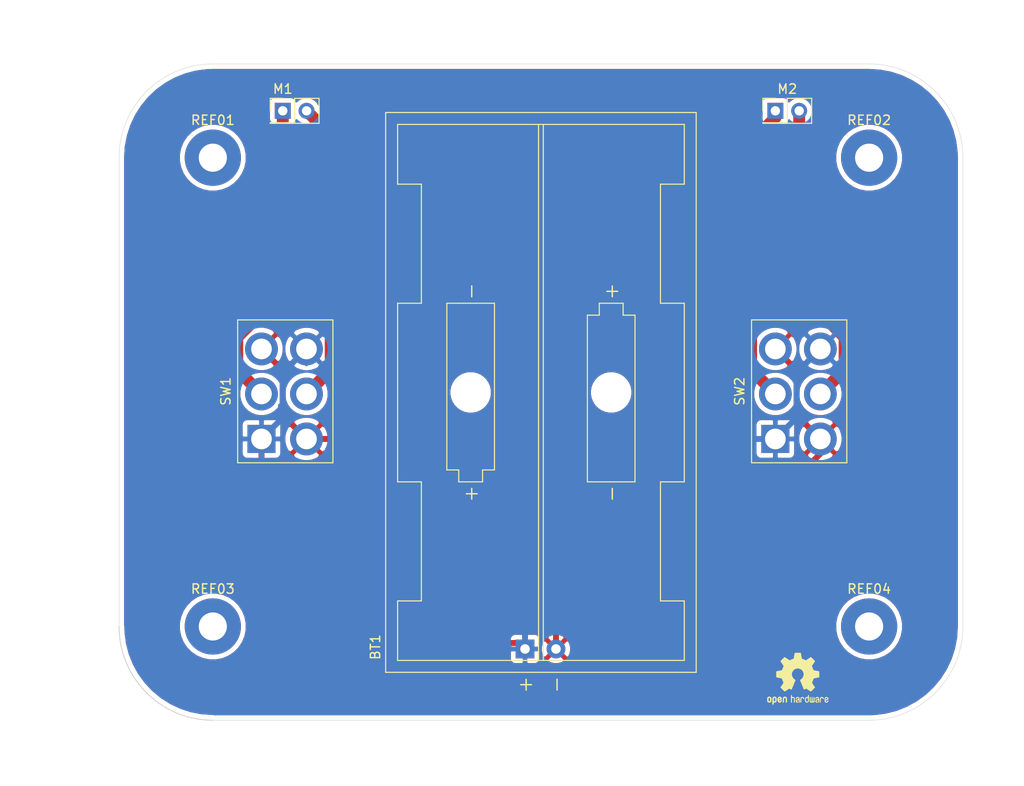
<source format=kicad_pcb>
(kicad_pcb (version 20171130) (host pcbnew 5.1.6-c6e7f7d~86~ubuntu18.04.1)

  (general
    (thickness 1.6)
    (drawings 8)
    (tracks 58)
    (zones 0)
    (modules 10)
    (nets 7)
  )

  (page A4)
  (layers
    (0 F.Cu signal)
    (31 B.Cu signal)
    (32 B.Adhes user)
    (33 F.Adhes user)
    (34 B.Paste user)
    (35 F.Paste user)
    (36 B.SilkS user)
    (37 F.SilkS user)
    (38 B.Mask user)
    (39 F.Mask user)
    (40 Dwgs.User user)
    (41 Cmts.User user)
    (42 Eco1.User user)
    (43 Eco2.User user)
    (44 Edge.Cuts user)
    (45 Margin user)
    (46 B.CrtYd user)
    (47 F.CrtYd user)
    (48 B.Fab user)
    (49 F.Fab user)
  )

  (setup
    (last_trace_width 0.635)
    (trace_clearance 0.2)
    (zone_clearance 0.508)
    (zone_45_only no)
    (trace_min 0.2)
    (via_size 0.8)
    (via_drill 0.4)
    (via_min_size 0.4)
    (via_min_drill 0.3)
    (uvia_size 0.3)
    (uvia_drill 0.1)
    (uvias_allowed no)
    (uvia_min_size 0.2)
    (uvia_min_drill 0.1)
    (edge_width 0.05)
    (segment_width 0.2)
    (pcb_text_width 0.3)
    (pcb_text_size 1.5 1.5)
    (mod_edge_width 0.12)
    (mod_text_size 1 1)
    (mod_text_width 0.15)
    (pad_size 1.524 1.524)
    (pad_drill 0.762)
    (pad_to_mask_clearance 0.05)
    (aux_axis_origin 0 0)
    (visible_elements FFFFFF7F)
    (pcbplotparams
      (layerselection 0x010f0_ffffffff)
      (usegerberextensions false)
      (usegerberattributes true)
      (usegerberadvancedattributes true)
      (creategerberjobfile true)
      (excludeedgelayer true)
      (linewidth 0.100000)
      (plotframeref false)
      (viasonmask false)
      (mode 1)
      (useauxorigin false)
      (hpglpennumber 1)
      (hpglpenspeed 20)
      (hpglpendiameter 15.000000)
      (psnegative false)
      (psa4output false)
      (plotreference true)
      (plotvalue true)
      (plotinvisibletext false)
      (padsonsilk false)
      (subtractmaskfromsilk false)
      (outputformat 1)
      (mirror false)
      (drillshape 0)
      (scaleselection 1)
      (outputdirectory "gerbar/"))
  )

  (net 0 "")
  (net 1 +3V0)
  (net 2 GND)
  (net 3 "Net-(M1-Pad1)")
  (net 4 "Net-(M1-Pad2)")
  (net 5 "Net-(M2-Pad2)")
  (net 6 "Net-(M2-Pad1)")

  (net_class Default "This is the default net class."
    (clearance 0.2)
    (trace_width 0.635)
    (via_dia 0.8)
    (via_drill 0.4)
    (uvia_dia 0.3)
    (uvia_drill 0.1)
    (add_net +3V0)
    (add_net GND)
    (add_net "Net-(M1-Pad1)")
    (add_net "Net-(M1-Pad2)")
    (add_net "Net-(M2-Pad1)")
    (add_net "Net-(M2-Pad2)")
  )

  (module Symbol:OSHW-Logo2_7.3x6mm_SilkScreen (layer F.Cu) (tedit 0) (tstamp 5ED3C27B)
    (at 125.73 119.38)
    (descr "Open Source Hardware Symbol")
    (tags "Logo Symbol OSHW")
    (attr virtual)
    (fp_text reference REF** (at 0 0) (layer F.SilkS) hide
      (effects (font (size 1 1) (thickness 0.15)))
    )
    (fp_text value OSHW-Logo2_7.3x6mm_SilkScreen (at 0.75 0) (layer F.Fab) hide
      (effects (font (size 1 1) (thickness 0.15)))
    )
    (fp_poly (pts (xy -2.400256 1.919918) (xy -2.344799 1.947568) (xy -2.295852 1.99848) (xy -2.282371 2.017338)
      (xy -2.267686 2.042015) (xy -2.258158 2.068816) (xy -2.252707 2.104587) (xy -2.250253 2.156169)
      (xy -2.249714 2.224267) (xy -2.252148 2.317588) (xy -2.260606 2.387657) (xy -2.276826 2.439931)
      (xy -2.302546 2.479869) (xy -2.339503 2.512929) (xy -2.342218 2.514886) (xy -2.37864 2.534908)
      (xy -2.422498 2.544815) (xy -2.478276 2.547257) (xy -2.568952 2.547257) (xy -2.56899 2.635283)
      (xy -2.569834 2.684308) (xy -2.574976 2.713065) (xy -2.588413 2.730311) (xy -2.614142 2.744808)
      (xy -2.620321 2.747769) (xy -2.649236 2.761648) (xy -2.671624 2.770414) (xy -2.688271 2.771171)
      (xy -2.699964 2.761023) (xy -2.70749 2.737073) (xy -2.711634 2.696426) (xy -2.713185 2.636186)
      (xy -2.712929 2.553455) (xy -2.711651 2.445339) (xy -2.711252 2.413) (xy -2.709815 2.301524)
      (xy -2.708528 2.228603) (xy -2.569029 2.228603) (xy -2.568245 2.290499) (xy -2.56476 2.330997)
      (xy -2.556876 2.357708) (xy -2.542895 2.378244) (xy -2.533403 2.38826) (xy -2.494596 2.417567)
      (xy -2.460237 2.419952) (xy -2.424784 2.39575) (xy -2.423886 2.394857) (xy -2.409461 2.376153)
      (xy -2.400687 2.350732) (xy -2.396261 2.311584) (xy -2.394882 2.251697) (xy -2.394857 2.23843)
      (xy -2.398188 2.155901) (xy -2.409031 2.098691) (xy -2.42866 2.063766) (xy -2.45835 2.048094)
      (xy -2.475509 2.046514) (xy -2.516234 2.053926) (xy -2.544168 2.07833) (xy -2.560983 2.12298)
      (xy -2.56835 2.19113) (xy -2.569029 2.228603) (xy -2.708528 2.228603) (xy -2.708292 2.215245)
      (xy -2.706323 2.150333) (xy -2.70355 2.102958) (xy -2.699612 2.06929) (xy -2.694151 2.045498)
      (xy -2.686808 2.027753) (xy -2.677223 2.012224) (xy -2.673113 2.006381) (xy -2.618595 1.951185)
      (xy -2.549664 1.91989) (xy -2.469928 1.911165) (xy -2.400256 1.919918)) (layer F.SilkS) (width 0.01))
    (fp_poly (pts (xy -1.283907 1.92778) (xy -1.237328 1.954723) (xy -1.204943 1.981466) (xy -1.181258 2.009484)
      (xy -1.164941 2.043748) (xy -1.154661 2.089227) (xy -1.149086 2.150892) (xy -1.146884 2.233711)
      (xy -1.146629 2.293246) (xy -1.146629 2.512391) (xy -1.208314 2.540044) (xy -1.27 2.567697)
      (xy -1.277257 2.32767) (xy -1.280256 2.238028) (xy -1.283402 2.172962) (xy -1.287299 2.128026)
      (xy -1.292553 2.09877) (xy -1.299769 2.080748) (xy -1.30955 2.069511) (xy -1.312688 2.067079)
      (xy -1.360239 2.048083) (xy -1.408303 2.0556) (xy -1.436914 2.075543) (xy -1.448553 2.089675)
      (xy -1.456609 2.10822) (xy -1.461729 2.136334) (xy -1.464559 2.179173) (xy -1.465744 2.241895)
      (xy -1.465943 2.307261) (xy -1.465982 2.389268) (xy -1.467386 2.447316) (xy -1.472086 2.486465)
      (xy -1.482013 2.51178) (xy -1.499097 2.528323) (xy -1.525268 2.541156) (xy -1.560225 2.554491)
      (xy -1.598404 2.569007) (xy -1.593859 2.311389) (xy -1.592029 2.218519) (xy -1.589888 2.149889)
      (xy -1.586819 2.100711) (xy -1.582206 2.066198) (xy -1.575432 2.041562) (xy -1.565881 2.022016)
      (xy -1.554366 2.00477) (xy -1.49881 1.94968) (xy -1.43102 1.917822) (xy -1.357287 1.910191)
      (xy -1.283907 1.92778)) (layer F.SilkS) (width 0.01))
    (fp_poly (pts (xy -2.958885 1.921962) (xy -2.890855 1.957733) (xy -2.840649 2.015301) (xy -2.822815 2.052312)
      (xy -2.808937 2.107882) (xy -2.801833 2.178096) (xy -2.80116 2.254727) (xy -2.806573 2.329552)
      (xy -2.81773 2.394342) (xy -2.834286 2.440873) (xy -2.839374 2.448887) (xy -2.899645 2.508707)
      (xy -2.971231 2.544535) (xy -3.048908 2.55502) (xy -3.127452 2.53881) (xy -3.149311 2.529092)
      (xy -3.191878 2.499143) (xy -3.229237 2.459433) (xy -3.232768 2.454397) (xy -3.247119 2.430124)
      (xy -3.256606 2.404178) (xy -3.26221 2.370022) (xy -3.264914 2.321119) (xy -3.265701 2.250935)
      (xy -3.265714 2.2352) (xy -3.265678 2.230192) (xy -3.120571 2.230192) (xy -3.119727 2.29643)
      (xy -3.116404 2.340386) (xy -3.109417 2.368779) (xy -3.097584 2.388325) (xy -3.091543 2.394857)
      (xy -3.056814 2.41968) (xy -3.023097 2.418548) (xy -2.989005 2.397016) (xy -2.968671 2.374029)
      (xy -2.956629 2.340478) (xy -2.949866 2.287569) (xy -2.949402 2.281399) (xy -2.948248 2.185513)
      (xy -2.960312 2.114299) (xy -2.98543 2.068194) (xy -3.02344 2.047635) (xy -3.037008 2.046514)
      (xy -3.072636 2.052152) (xy -3.097006 2.071686) (xy -3.111907 2.109042) (xy -3.119125 2.16815)
      (xy -3.120571 2.230192) (xy -3.265678 2.230192) (xy -3.265174 2.160413) (xy -3.262904 2.108159)
      (xy -3.257932 2.071949) (xy -3.249287 2.045299) (xy -3.235995 2.021722) (xy -3.233057 2.017338)
      (xy -3.183687 1.958249) (xy -3.129891 1.923947) (xy -3.064398 1.910331) (xy -3.042158 1.909665)
      (xy -2.958885 1.921962)) (layer F.SilkS) (width 0.01))
    (fp_poly (pts (xy -1.831697 1.931239) (xy -1.774473 1.969735) (xy -1.730251 2.025335) (xy -1.703833 2.096086)
      (xy -1.69849 2.148162) (xy -1.699097 2.169893) (xy -1.704178 2.186531) (xy -1.718145 2.201437)
      (xy -1.745411 2.217973) (xy -1.790388 2.239498) (xy -1.857489 2.269374) (xy -1.857829 2.269524)
      (xy -1.919593 2.297813) (xy -1.970241 2.322933) (xy -2.004596 2.342179) (xy -2.017482 2.352848)
      (xy -2.017486 2.352934) (xy -2.006128 2.376166) (xy -1.979569 2.401774) (xy -1.949077 2.420221)
      (xy -1.93363 2.423886) (xy -1.891485 2.411212) (xy -1.855192 2.379471) (xy -1.837483 2.344572)
      (xy -1.820448 2.318845) (xy -1.787078 2.289546) (xy -1.747851 2.264235) (xy -1.713244 2.250471)
      (xy -1.706007 2.249714) (xy -1.697861 2.26216) (xy -1.69737 2.293972) (xy -1.703357 2.336866)
      (xy -1.714643 2.382558) (xy -1.73005 2.422761) (xy -1.730829 2.424322) (xy -1.777196 2.489062)
      (xy -1.837289 2.533097) (xy -1.905535 2.554711) (xy -1.976362 2.552185) (xy -2.044196 2.523804)
      (xy -2.047212 2.521808) (xy -2.100573 2.473448) (xy -2.13566 2.410352) (xy -2.155078 2.327387)
      (xy -2.157684 2.304078) (xy -2.162299 2.194055) (xy -2.156767 2.142748) (xy -2.017486 2.142748)
      (xy -2.015676 2.174753) (xy -2.005778 2.184093) (xy -1.981102 2.177105) (xy -1.942205 2.160587)
      (xy -1.898725 2.139881) (xy -1.897644 2.139333) (xy -1.860791 2.119949) (xy -1.846 2.107013)
      (xy -1.849647 2.093451) (xy -1.865005 2.075632) (xy -1.904077 2.049845) (xy -1.946154 2.04795)
      (xy -1.983897 2.066717) (xy -2.009966 2.102915) (xy -2.017486 2.142748) (xy -2.156767 2.142748)
      (xy -2.152806 2.106027) (xy -2.12845 2.036212) (xy -2.094544 1.987302) (xy -2.033347 1.937878)
      (xy -1.965937 1.913359) (xy -1.89712 1.911797) (xy -1.831697 1.931239)) (layer F.SilkS) (width 0.01))
    (fp_poly (pts (xy -0.624114 1.851289) (xy -0.619861 1.910613) (xy -0.614975 1.945572) (xy -0.608205 1.96082)
      (xy -0.598298 1.961015) (xy -0.595086 1.959195) (xy -0.552356 1.946015) (xy -0.496773 1.946785)
      (xy -0.440263 1.960333) (xy -0.404918 1.977861) (xy -0.368679 2.005861) (xy -0.342187 2.037549)
      (xy -0.324001 2.077813) (xy -0.312678 2.131543) (xy -0.306778 2.203626) (xy -0.304857 2.298951)
      (xy -0.304823 2.317237) (xy -0.3048 2.522646) (xy -0.350509 2.53858) (xy -0.382973 2.54942)
      (xy -0.400785 2.554468) (xy -0.401309 2.554514) (xy -0.403063 2.540828) (xy -0.404556 2.503076)
      (xy -0.405674 2.446224) (xy -0.406303 2.375234) (xy -0.4064 2.332073) (xy -0.406602 2.246973)
      (xy -0.407642 2.185981) (xy -0.410169 2.144177) (xy -0.414836 2.116642) (xy -0.422293 2.098456)
      (xy -0.433189 2.084698) (xy -0.439993 2.078073) (xy -0.486728 2.051375) (xy -0.537728 2.049375)
      (xy -0.583999 2.071955) (xy -0.592556 2.080107) (xy -0.605107 2.095436) (xy -0.613812 2.113618)
      (xy -0.619369 2.139909) (xy -0.622474 2.179562) (xy -0.623824 2.237832) (xy -0.624114 2.318173)
      (xy -0.624114 2.522646) (xy -0.669823 2.53858) (xy -0.702287 2.54942) (xy -0.720099 2.554468)
      (xy -0.720623 2.554514) (xy -0.721963 2.540623) (xy -0.723172 2.501439) (xy -0.724199 2.4407)
      (xy -0.724998 2.362141) (xy -0.725519 2.269498) (xy -0.725714 2.166509) (xy -0.725714 1.769342)
      (xy -0.678543 1.749444) (xy -0.631371 1.729547) (xy -0.624114 1.851289)) (layer F.SilkS) (width 0.01))
    (fp_poly (pts (xy 0.039744 1.950968) (xy 0.096616 1.972087) (xy 0.097267 1.972493) (xy 0.13244 1.99838)
      (xy 0.158407 2.028633) (xy 0.17667 2.068058) (xy 0.188732 2.121462) (xy 0.196096 2.193651)
      (xy 0.200264 2.289432) (xy 0.200629 2.303078) (xy 0.205876 2.508842) (xy 0.161716 2.531678)
      (xy 0.129763 2.54711) (xy 0.11047 2.554423) (xy 0.109578 2.554514) (xy 0.106239 2.541022)
      (xy 0.103587 2.504626) (xy 0.101956 2.451452) (xy 0.1016 2.408393) (xy 0.101592 2.338641)
      (xy 0.098403 2.294837) (xy 0.087288 2.273944) (xy 0.063501 2.272925) (xy 0.022296 2.288741)
      (xy -0.039914 2.317815) (xy -0.085659 2.341963) (xy -0.109187 2.362913) (xy -0.116104 2.385747)
      (xy -0.116114 2.386877) (xy -0.104701 2.426212) (xy -0.070908 2.447462) (xy -0.019191 2.450539)
      (xy 0.018061 2.450006) (xy 0.037703 2.460735) (xy 0.049952 2.486505) (xy 0.057002 2.519337)
      (xy 0.046842 2.537966) (xy 0.043017 2.540632) (xy 0.007001 2.55134) (xy -0.043434 2.552856)
      (xy -0.095374 2.545759) (xy -0.132178 2.532788) (xy -0.183062 2.489585) (xy -0.211986 2.429446)
      (xy -0.217714 2.382462) (xy -0.213343 2.340082) (xy -0.197525 2.305488) (xy -0.166203 2.274763)
      (xy -0.115322 2.24399) (xy -0.040824 2.209252) (xy -0.036286 2.207288) (xy 0.030821 2.176287)
      (xy 0.072232 2.150862) (xy 0.089981 2.128014) (xy 0.086107 2.104745) (xy 0.062643 2.078056)
      (xy 0.055627 2.071914) (xy 0.00863 2.0481) (xy -0.040067 2.049103) (xy -0.082478 2.072451)
      (xy -0.110616 2.115675) (xy -0.113231 2.12416) (xy -0.138692 2.165308) (xy -0.170999 2.185128)
      (xy -0.217714 2.20477) (xy -0.217714 2.15395) (xy -0.203504 2.080082) (xy -0.161325 2.012327)
      (xy -0.139376 1.989661) (xy -0.089483 1.960569) (xy -0.026033 1.9474) (xy 0.039744 1.950968)) (layer F.SilkS) (width 0.01))
    (fp_poly (pts (xy 0.529926 1.949755) (xy 0.595858 1.974084) (xy 0.649273 2.017117) (xy 0.670164 2.047409)
      (xy 0.692939 2.102994) (xy 0.692466 2.143186) (xy 0.668562 2.170217) (xy 0.659717 2.174813)
      (xy 0.62153 2.189144) (xy 0.602028 2.185472) (xy 0.595422 2.161407) (xy 0.595086 2.148114)
      (xy 0.582992 2.09921) (xy 0.551471 2.064999) (xy 0.507659 2.048476) (xy 0.458695 2.052634)
      (xy 0.418894 2.074227) (xy 0.40545 2.086544) (xy 0.395921 2.101487) (xy 0.389485 2.124075)
      (xy 0.385317 2.159328) (xy 0.382597 2.212266) (xy 0.380502 2.287907) (xy 0.37996 2.311857)
      (xy 0.377981 2.39379) (xy 0.375731 2.451455) (xy 0.372357 2.489608) (xy 0.367006 2.513004)
      (xy 0.358824 2.526398) (xy 0.346959 2.534545) (xy 0.339362 2.538144) (xy 0.307102 2.550452)
      (xy 0.288111 2.554514) (xy 0.281836 2.540948) (xy 0.278006 2.499934) (xy 0.2766 2.430999)
      (xy 0.277598 2.333669) (xy 0.277908 2.318657) (xy 0.280101 2.229859) (xy 0.282693 2.165019)
      (xy 0.286382 2.119067) (xy 0.291864 2.086935) (xy 0.299835 2.063553) (xy 0.310993 2.043852)
      (xy 0.31683 2.03541) (xy 0.350296 1.998057) (xy 0.387727 1.969003) (xy 0.392309 1.966467)
      (xy 0.459426 1.946443) (xy 0.529926 1.949755)) (layer F.SilkS) (width 0.01))
    (fp_poly (pts (xy 1.190117 2.065358) (xy 1.189933 2.173837) (xy 1.189219 2.257287) (xy 1.187675 2.319704)
      (xy 1.185001 2.365085) (xy 1.180894 2.397429) (xy 1.175055 2.420733) (xy 1.167182 2.438995)
      (xy 1.161221 2.449418) (xy 1.111855 2.505945) (xy 1.049264 2.541377) (xy 0.980013 2.55409)
      (xy 0.910668 2.542463) (xy 0.869375 2.521568) (xy 0.826025 2.485422) (xy 0.796481 2.441276)
      (xy 0.778655 2.383462) (xy 0.770463 2.306313) (xy 0.769302 2.249714) (xy 0.769458 2.245647)
      (xy 0.870857 2.245647) (xy 0.871476 2.31055) (xy 0.874314 2.353514) (xy 0.88084 2.381622)
      (xy 0.892523 2.401953) (xy 0.906483 2.417288) (xy 0.953365 2.44689) (xy 1.003701 2.449419)
      (xy 1.051276 2.424705) (xy 1.054979 2.421356) (xy 1.070783 2.403935) (xy 1.080693 2.383209)
      (xy 1.086058 2.352362) (xy 1.088228 2.304577) (xy 1.088571 2.251748) (xy 1.087827 2.185381)
      (xy 1.084748 2.141106) (xy 1.078061 2.112009) (xy 1.066496 2.091173) (xy 1.057013 2.080107)
      (xy 1.01296 2.052198) (xy 0.962224 2.048843) (xy 0.913796 2.070159) (xy 0.90445 2.078073)
      (xy 0.88854 2.095647) (xy 0.87861 2.116587) (xy 0.873278 2.147782) (xy 0.871163 2.196122)
      (xy 0.870857 2.245647) (xy 0.769458 2.245647) (xy 0.77281 2.158568) (xy 0.784726 2.090086)
      (xy 0.807135 2.0386) (xy 0.842124 1.998443) (xy 0.869375 1.977861) (xy 0.918907 1.955625)
      (xy 0.976316 1.945304) (xy 1.029682 1.948067) (xy 1.059543 1.959212) (xy 1.071261 1.962383)
      (xy 1.079037 1.950557) (xy 1.084465 1.918866) (xy 1.088571 1.870593) (xy 1.093067 1.816829)
      (xy 1.099313 1.784482) (xy 1.110676 1.765985) (xy 1.130528 1.75377) (xy 1.143 1.748362)
      (xy 1.190171 1.728601) (xy 1.190117 2.065358)) (layer F.SilkS) (width 0.01))
    (fp_poly (pts (xy 1.779833 1.958663) (xy 1.782048 1.99685) (xy 1.783784 2.054886) (xy 1.784899 2.12818)
      (xy 1.785257 2.205055) (xy 1.785257 2.465196) (xy 1.739326 2.511127) (xy 1.707675 2.539429)
      (xy 1.67989 2.550893) (xy 1.641915 2.550168) (xy 1.62684 2.548321) (xy 1.579726 2.542948)
      (xy 1.540756 2.539869) (xy 1.531257 2.539585) (xy 1.499233 2.541445) (xy 1.453432 2.546114)
      (xy 1.435674 2.548321) (xy 1.392057 2.551735) (xy 1.362745 2.54432) (xy 1.33368 2.521427)
      (xy 1.323188 2.511127) (xy 1.277257 2.465196) (xy 1.277257 1.978602) (xy 1.314226 1.961758)
      (xy 1.346059 1.949282) (xy 1.364683 1.944914) (xy 1.369458 1.958718) (xy 1.373921 1.997286)
      (xy 1.377775 2.056356) (xy 1.380722 2.131663) (xy 1.382143 2.195286) (xy 1.386114 2.445657)
      (xy 1.420759 2.450556) (xy 1.452268 2.447131) (xy 1.467708 2.436041) (xy 1.472023 2.415308)
      (xy 1.475708 2.371145) (xy 1.478469 2.309146) (xy 1.480012 2.234909) (xy 1.480235 2.196706)
      (xy 1.480457 1.976783) (xy 1.526166 1.960849) (xy 1.558518 1.950015) (xy 1.576115 1.944962)
      (xy 1.576623 1.944914) (xy 1.578388 1.958648) (xy 1.580329 1.99673) (xy 1.582282 2.054482)
      (xy 1.584084 2.127227) (xy 1.585343 2.195286) (xy 1.589314 2.445657) (xy 1.6764 2.445657)
      (xy 1.680396 2.21724) (xy 1.684392 1.988822) (xy 1.726847 1.966868) (xy 1.758192 1.951793)
      (xy 1.776744 1.944951) (xy 1.777279 1.944914) (xy 1.779833 1.958663)) (layer F.SilkS) (width 0.01))
    (fp_poly (pts (xy 2.144876 1.956335) (xy 2.186667 1.975344) (xy 2.219469 1.998378) (xy 2.243503 2.024133)
      (xy 2.260097 2.057358) (xy 2.270577 2.1028) (xy 2.276271 2.165207) (xy 2.278507 2.249327)
      (xy 2.278743 2.304721) (xy 2.278743 2.520826) (xy 2.241774 2.53767) (xy 2.212656 2.549981)
      (xy 2.198231 2.554514) (xy 2.195472 2.541025) (xy 2.193282 2.504653) (xy 2.191942 2.451542)
      (xy 2.191657 2.409372) (xy 2.190434 2.348447) (xy 2.187136 2.300115) (xy 2.182321 2.270518)
      (xy 2.178496 2.264229) (xy 2.152783 2.270652) (xy 2.112418 2.287125) (xy 2.065679 2.309458)
      (xy 2.020845 2.333457) (xy 1.986193 2.35493) (xy 1.970002 2.369685) (xy 1.969938 2.369845)
      (xy 1.97133 2.397152) (xy 1.983818 2.423219) (xy 2.005743 2.444392) (xy 2.037743 2.451474)
      (xy 2.065092 2.450649) (xy 2.103826 2.450042) (xy 2.124158 2.459116) (xy 2.136369 2.483092)
      (xy 2.137909 2.487613) (xy 2.143203 2.521806) (xy 2.129047 2.542568) (xy 2.092148 2.552462)
      (xy 2.052289 2.554292) (xy 1.980562 2.540727) (xy 1.943432 2.521355) (xy 1.897576 2.475845)
      (xy 1.873256 2.419983) (xy 1.871073 2.360957) (xy 1.891629 2.305953) (xy 1.922549 2.271486)
      (xy 1.95342 2.252189) (xy 2.001942 2.227759) (xy 2.058485 2.202985) (xy 2.06791 2.199199)
      (xy 2.130019 2.171791) (xy 2.165822 2.147634) (xy 2.177337 2.123619) (xy 2.16658 2.096635)
      (xy 2.148114 2.075543) (xy 2.104469 2.049572) (xy 2.056446 2.047624) (xy 2.012406 2.067637)
      (xy 1.980709 2.107551) (xy 1.976549 2.117848) (xy 1.952327 2.155724) (xy 1.916965 2.183842)
      (xy 1.872343 2.206917) (xy 1.872343 2.141485) (xy 1.874969 2.101506) (xy 1.88623 2.069997)
      (xy 1.911199 2.036378) (xy 1.935169 2.010484) (xy 1.972441 1.973817) (xy 2.001401 1.954121)
      (xy 2.032505 1.94622) (xy 2.067713 1.944914) (xy 2.144876 1.956335)) (layer F.SilkS) (width 0.01))
    (fp_poly (pts (xy 2.6526 1.958752) (xy 2.669948 1.966334) (xy 2.711356 1.999128) (xy 2.746765 2.046547)
      (xy 2.768664 2.097151) (xy 2.772229 2.122098) (xy 2.760279 2.156927) (xy 2.734067 2.175357)
      (xy 2.705964 2.186516) (xy 2.693095 2.188572) (xy 2.686829 2.173649) (xy 2.674456 2.141175)
      (xy 2.669028 2.126502) (xy 2.63859 2.075744) (xy 2.59452 2.050427) (xy 2.53801 2.051206)
      (xy 2.533825 2.052203) (xy 2.503655 2.066507) (xy 2.481476 2.094393) (xy 2.466327 2.139287)
      (xy 2.45725 2.204615) (xy 2.453286 2.293804) (xy 2.452914 2.341261) (xy 2.45273 2.416071)
      (xy 2.451522 2.467069) (xy 2.448309 2.499471) (xy 2.442109 2.518495) (xy 2.43194 2.529356)
      (xy 2.416819 2.537272) (xy 2.415946 2.53767) (xy 2.386828 2.549981) (xy 2.372403 2.554514)
      (xy 2.370186 2.540809) (xy 2.368289 2.502925) (xy 2.366847 2.445715) (xy 2.365998 2.374027)
      (xy 2.365829 2.321565) (xy 2.366692 2.220047) (xy 2.37007 2.143032) (xy 2.377142 2.086023)
      (xy 2.389088 2.044526) (xy 2.40709 2.014043) (xy 2.432327 1.99008) (xy 2.457247 1.973355)
      (xy 2.517171 1.951097) (xy 2.586911 1.946076) (xy 2.6526 1.958752)) (layer F.SilkS) (width 0.01))
    (fp_poly (pts (xy 3.153595 1.966966) (xy 3.211021 2.004497) (xy 3.238719 2.038096) (xy 3.260662 2.099064)
      (xy 3.262405 2.147308) (xy 3.258457 2.211816) (xy 3.109686 2.276934) (xy 3.037349 2.310202)
      (xy 2.990084 2.336964) (xy 2.965507 2.360144) (xy 2.961237 2.382667) (xy 2.974889 2.407455)
      (xy 2.989943 2.423886) (xy 3.033746 2.450235) (xy 3.081389 2.452081) (xy 3.125145 2.431546)
      (xy 3.157289 2.390752) (xy 3.163038 2.376347) (xy 3.190576 2.331356) (xy 3.222258 2.312182)
      (xy 3.265714 2.295779) (xy 3.265714 2.357966) (xy 3.261872 2.400283) (xy 3.246823 2.435969)
      (xy 3.21528 2.476943) (xy 3.210592 2.482267) (xy 3.175506 2.51872) (xy 3.145347 2.538283)
      (xy 3.107615 2.547283) (xy 3.076335 2.55023) (xy 3.020385 2.550965) (xy 2.980555 2.54166)
      (xy 2.955708 2.527846) (xy 2.916656 2.497467) (xy 2.889625 2.464613) (xy 2.872517 2.423294)
      (xy 2.863238 2.367521) (xy 2.859693 2.291305) (xy 2.85941 2.252622) (xy 2.860372 2.206247)
      (xy 2.948007 2.206247) (xy 2.949023 2.231126) (xy 2.951556 2.2352) (xy 2.968274 2.229665)
      (xy 3.004249 2.215017) (xy 3.052331 2.19419) (xy 3.062386 2.189714) (xy 3.123152 2.158814)
      (xy 3.156632 2.131657) (xy 3.16399 2.10622) (xy 3.146391 2.080481) (xy 3.131856 2.069109)
      (xy 3.07941 2.046364) (xy 3.030322 2.050122) (xy 2.989227 2.077884) (xy 2.960758 2.127152)
      (xy 2.951631 2.166257) (xy 2.948007 2.206247) (xy 2.860372 2.206247) (xy 2.861285 2.162249)
      (xy 2.868196 2.095384) (xy 2.881884 2.046695) (xy 2.904096 2.010849) (xy 2.936574 1.982513)
      (xy 2.950733 1.973355) (xy 3.015053 1.949507) (xy 3.085473 1.948006) (xy 3.153595 1.966966)) (layer F.SilkS) (width 0.01))
    (fp_poly (pts (xy 0.10391 -2.757652) (xy 0.182454 -2.757222) (xy 0.239298 -2.756058) (xy 0.278105 -2.753793)
      (xy 0.302538 -2.75006) (xy 0.316262 -2.744494) (xy 0.32294 -2.736727) (xy 0.326236 -2.726395)
      (xy 0.326556 -2.725057) (xy 0.331562 -2.700921) (xy 0.340829 -2.653299) (xy 0.353392 -2.587259)
      (xy 0.368287 -2.507872) (xy 0.384551 -2.420204) (xy 0.385119 -2.417125) (xy 0.40141 -2.331211)
      (xy 0.416652 -2.255304) (xy 0.429861 -2.193955) (xy 0.440054 -2.151718) (xy 0.446248 -2.133145)
      (xy 0.446543 -2.132816) (xy 0.464788 -2.123747) (xy 0.502405 -2.108633) (xy 0.551271 -2.090738)
      (xy 0.551543 -2.090642) (xy 0.613093 -2.067507) (xy 0.685657 -2.038035) (xy 0.754057 -2.008403)
      (xy 0.757294 -2.006938) (xy 0.868702 -1.956374) (xy 1.115399 -2.12484) (xy 1.191077 -2.176197)
      (xy 1.259631 -2.222111) (xy 1.317088 -2.25997) (xy 1.359476 -2.287163) (xy 1.382825 -2.301079)
      (xy 1.385042 -2.302111) (xy 1.40201 -2.297516) (xy 1.433701 -2.275345) (xy 1.481352 -2.234553)
      (xy 1.546198 -2.174095) (xy 1.612397 -2.109773) (xy 1.676214 -2.046388) (xy 1.733329 -1.988549)
      (xy 1.780305 -1.939825) (xy 1.813703 -1.90379) (xy 1.830085 -1.884016) (xy 1.830694 -1.882998)
      (xy 1.832505 -1.869428) (xy 1.825683 -1.847267) (xy 1.80854 -1.813522) (xy 1.779393 -1.7652)
      (xy 1.736555 -1.699308) (xy 1.679448 -1.614483) (xy 1.628766 -1.539823) (xy 1.583461 -1.47286)
      (xy 1.54615 -1.417484) (xy 1.519452 -1.37758) (xy 1.505985 -1.357038) (xy 1.505137 -1.355644)
      (xy 1.506781 -1.335962) (xy 1.519245 -1.297707) (xy 1.540048 -1.248111) (xy 1.547462 -1.232272)
      (xy 1.579814 -1.16171) (xy 1.614328 -1.081647) (xy 1.642365 -1.012371) (xy 1.662568 -0.960955)
      (xy 1.678615 -0.921881) (xy 1.687888 -0.901459) (xy 1.689041 -0.899886) (xy 1.706096 -0.897279)
      (xy 1.746298 -0.890137) (xy 1.804302 -0.879477) (xy 1.874763 -0.866315) (xy 1.952335 -0.851667)
      (xy 2.031672 -0.836551) (xy 2.107431 -0.821982) (xy 2.174264 -0.808978) (xy 2.226828 -0.798555)
      (xy 2.259776 -0.79173) (xy 2.267857 -0.789801) (xy 2.276205 -0.785038) (xy 2.282506 -0.774282)
      (xy 2.287045 -0.753902) (xy 2.290104 -0.720266) (xy 2.291967 -0.669745) (xy 2.292918 -0.598708)
      (xy 2.29324 -0.503524) (xy 2.293257 -0.464508) (xy 2.293257 -0.147201) (xy 2.217057 -0.132161)
      (xy 2.174663 -0.124005) (xy 2.1114 -0.112101) (xy 2.034962 -0.097884) (xy 1.953043 -0.08279)
      (xy 1.9304 -0.078645) (xy 1.854806 -0.063947) (xy 1.788953 -0.049495) (xy 1.738366 -0.036625)
      (xy 1.708574 -0.026678) (xy 1.703612 -0.023713) (xy 1.691426 -0.002717) (xy 1.673953 0.037967)
      (xy 1.654577 0.090322) (xy 1.650734 0.1016) (xy 1.625339 0.171523) (xy 1.593817 0.250418)
      (xy 1.562969 0.321266) (xy 1.562817 0.321595) (xy 1.511447 0.432733) (xy 1.680399 0.681253)
      (xy 1.849352 0.929772) (xy 1.632429 1.147058) (xy 1.566819 1.211726) (xy 1.506979 1.268733)
      (xy 1.456267 1.315033) (xy 1.418046 1.347584) (xy 1.395675 1.363343) (xy 1.392466 1.364343)
      (xy 1.373626 1.356469) (xy 1.33518 1.334578) (xy 1.28133 1.301267) (xy 1.216276 1.259131)
      (xy 1.14594 1.211943) (xy 1.074555 1.16381) (xy 1.010908 1.121928) (xy 0.959041 1.088871)
      (xy 0.922995 1.067218) (xy 0.906867 1.059543) (xy 0.887189 1.066037) (xy 0.849875 1.08315)
      (xy 0.802621 1.107326) (xy 0.797612 1.110013) (xy 0.733977 1.141927) (xy 0.690341 1.157579)
      (xy 0.663202 1.157745) (xy 0.649057 1.143204) (xy 0.648975 1.143) (xy 0.641905 1.125779)
      (xy 0.625042 1.084899) (xy 0.599695 1.023525) (xy 0.567171 0.944819) (xy 0.528778 0.851947)
      (xy 0.485822 0.748072) (xy 0.444222 0.647502) (xy 0.398504 0.536516) (xy 0.356526 0.433703)
      (xy 0.319548 0.342215) (xy 0.288827 0.265201) (xy 0.265622 0.205815) (xy 0.25119 0.167209)
      (xy 0.246743 0.1528) (xy 0.257896 0.136272) (xy 0.287069 0.10993) (xy 0.325971 0.080887)
      (xy 0.436757 -0.010961) (xy 0.523351 -0.116241) (xy 0.584716 -0.232734) (xy 0.619815 -0.358224)
      (xy 0.627608 -0.490493) (xy 0.621943 -0.551543) (xy 0.591078 -0.678205) (xy 0.53792 -0.790059)
      (xy 0.465767 -0.885999) (xy 0.377917 -0.964924) (xy 0.277665 -1.02573) (xy 0.16831 -1.067313)
      (xy 0.053147 -1.088572) (xy -0.064525 -1.088401) (xy -0.18141 -1.065699) (xy -0.294211 -1.019362)
      (xy -0.399631 -0.948287) (xy -0.443632 -0.908089) (xy -0.528021 -0.804871) (xy -0.586778 -0.692075)
      (xy -0.620296 -0.57299) (xy -0.628965 -0.450905) (xy -0.613177 -0.329107) (xy -0.573322 -0.210884)
      (xy -0.509793 -0.099525) (xy -0.422979 0.001684) (xy -0.325971 0.080887) (xy -0.285563 0.111162)
      (xy -0.257018 0.137219) (xy -0.246743 0.152825) (xy -0.252123 0.169843) (xy -0.267425 0.2105)
      (xy -0.291388 0.271642) (xy -0.322756 0.350119) (xy -0.360268 0.44278) (xy -0.402667 0.546472)
      (xy -0.444337 0.647526) (xy -0.49031 0.758607) (xy -0.532893 0.861541) (xy -0.570779 0.953165)
      (xy -0.60266 1.030316) (xy -0.627229 1.089831) (xy -0.64318 1.128544) (xy -0.64909 1.143)
      (xy -0.663052 1.157685) (xy -0.69006 1.157642) (xy -0.733587 1.142099) (xy -0.79711 1.110284)
      (xy -0.797612 1.110013) (xy -0.84544 1.085323) (xy -0.884103 1.067338) (xy -0.905905 1.059614)
      (xy -0.906867 1.059543) (xy -0.923279 1.067378) (xy -0.959513 1.089165) (xy -1.011526 1.122328)
      (xy -1.075275 1.164291) (xy -1.14594 1.211943) (xy -1.217884 1.260191) (xy -1.282726 1.302151)
      (xy -1.336265 1.335227) (xy -1.374303 1.356821) (xy -1.392467 1.364343) (xy -1.409192 1.354457)
      (xy -1.44282 1.326826) (xy -1.48999 1.284495) (xy -1.547342 1.230505) (xy -1.611516 1.167899)
      (xy -1.632503 1.146983) (xy -1.849501 0.929623) (xy -1.684332 0.68722) (xy -1.634136 0.612781)
      (xy -1.590081 0.545972) (xy -1.554638 0.490665) (xy -1.530281 0.450729) (xy -1.519478 0.430036)
      (xy -1.519162 0.428563) (xy -1.524857 0.409058) (xy -1.540174 0.369822) (xy -1.562463 0.31743)
      (xy -1.578107 0.282355) (xy -1.607359 0.215201) (xy -1.634906 0.147358) (xy -1.656263 0.090034)
      (xy -1.662065 0.072572) (xy -1.678548 0.025938) (xy -1.69466 -0.010095) (xy -1.70351 -0.023713)
      (xy -1.72304 -0.032048) (xy -1.765666 -0.043863) (xy -1.825855 -0.057819) (xy -1.898078 -0.072578)
      (xy -1.9304 -0.078645) (xy -2.012478 -0.093727) (xy -2.091205 -0.108331) (xy -2.158891 -0.12102)
      (xy -2.20784 -0.130358) (xy -2.217057 -0.132161) (xy -2.293257 -0.147201) (xy -2.293257 -0.464508)
      (xy -2.293086 -0.568846) (xy -2.292384 -0.647787) (xy -2.290866 -0.704962) (xy -2.288251 -0.744001)
      (xy -2.284254 -0.768535) (xy -2.278591 -0.782195) (xy -2.27098 -0.788611) (xy -2.267857 -0.789801)
      (xy -2.249022 -0.79402) (xy -2.207412 -0.802438) (xy -2.14837 -0.814039) (xy -2.077243 -0.827805)
      (xy -1.999375 -0.84272) (xy -1.920113 -0.857768) (xy -1.844802 -0.871931) (xy -1.778787 -0.884194)
      (xy -1.727413 -0.893539) (xy -1.696025 -0.89895) (xy -1.689041 -0.899886) (xy -1.682715 -0.912404)
      (xy -1.66871 -0.945754) (xy -1.649645 -0.993623) (xy -1.642366 -1.012371) (xy -1.613004 -1.084805)
      (xy -1.578429 -1.16483) (xy -1.547463 -1.232272) (xy -1.524677 -1.283841) (xy -1.509518 -1.326215)
      (xy -1.504458 -1.352166) (xy -1.505264 -1.355644) (xy -1.515959 -1.372064) (xy -1.54038 -1.408583)
      (xy -1.575905 -1.461313) (xy -1.619913 -1.526365) (xy -1.669783 -1.599849) (xy -1.679644 -1.614355)
      (xy -1.737508 -1.700296) (xy -1.780044 -1.765739) (xy -1.808946 -1.813696) (xy -1.82591 -1.84718)
      (xy -1.832633 -1.869205) (xy -1.83081 -1.882783) (xy -1.830764 -1.882869) (xy -1.816414 -1.900703)
      (xy -1.784677 -1.935183) (xy -1.73899 -1.982732) (xy -1.682796 -2.039778) (xy -1.619532 -2.102745)
      (xy -1.612398 -2.109773) (xy -1.53267 -2.18698) (xy -1.471143 -2.24367) (xy -1.426579 -2.28089)
      (xy -1.397743 -2.299685) (xy -1.385042 -2.302111) (xy -1.366506 -2.291529) (xy -1.328039 -2.267084)
      (xy -1.273614 -2.231388) (xy -1.207202 -2.187053) (xy -1.132775 -2.136689) (xy -1.115399 -2.12484)
      (xy -0.868703 -1.956374) (xy -0.757294 -2.006938) (xy -0.689543 -2.036405) (xy -0.616817 -2.066041)
      (xy -0.554297 -2.08967) (xy -0.551543 -2.090642) (xy -0.50264 -2.108543) (xy -0.464943 -2.12368)
      (xy -0.446575 -2.13279) (xy -0.446544 -2.132816) (xy -0.440715 -2.149283) (xy -0.430808 -2.189781)
      (xy -0.417805 -2.249758) (xy -0.402691 -2.32466) (xy -0.386448 -2.409936) (xy -0.385119 -2.417125)
      (xy -0.368825 -2.504986) (xy -0.353867 -2.58474) (xy -0.341209 -2.651319) (xy -0.331814 -2.699653)
      (xy -0.326646 -2.724675) (xy -0.326556 -2.725057) (xy -0.323411 -2.735701) (xy -0.317296 -2.743738)
      (xy -0.304547 -2.749533) (xy -0.2815 -2.753453) (xy -0.244491 -2.755865) (xy -0.189856 -2.757135)
      (xy -0.113933 -2.757629) (xy -0.013056 -2.757714) (xy 0 -2.757714) (xy 0.10391 -2.757652)) (layer F.SilkS) (width 0.01))
  )

  (module Connector_PinHeader_2.54mm:PinHeader_2x01_P2.54mm_Vertical (layer F.Cu) (tedit 59FED5CC) (tstamp 5ED33CA9)
    (at 70.8 58.81)
    (descr "Through hole straight pin header, 2x01, 2.54mm pitch, double rows")
    (tags "Through hole pin header THT 2x01 2.54mm double row")
    (path /5ED34125)
    (fp_text reference M1 (at 0 -2.33) (layer F.SilkS)
      (effects (font (size 1 1) (thickness 0.15)))
    )
    (fp_text value Motor_DC (at 0 2.33) (layer F.Fab)
      (effects (font (size 1 1) (thickness 0.15)))
    )
    (fp_text user %R (at 0 0 90) (layer F.Fab)
      (effects (font (size 1 1) (thickness 0.15)))
    )
    (fp_line (start 0 -1.27) (end 3.81 -1.27) (layer F.Fab) (width 0.1))
    (fp_line (start 3.81 -1.27) (end 3.81 1.27) (layer F.Fab) (width 0.1))
    (fp_line (start 3.81 1.27) (end -1.27 1.27) (layer F.Fab) (width 0.1))
    (fp_line (start -1.27 1.27) (end -1.27 0) (layer F.Fab) (width 0.1))
    (fp_line (start -1.27 0) (end 0 -1.27) (layer F.Fab) (width 0.1))
    (fp_line (start -1.33 1.33) (end 3.87 1.33) (layer F.SilkS) (width 0.12))
    (fp_line (start -1.33 1.27) (end -1.33 1.33) (layer F.SilkS) (width 0.12))
    (fp_line (start 3.87 -1.33) (end 3.87 1.33) (layer F.SilkS) (width 0.12))
    (fp_line (start -1.33 1.27) (end 1.27 1.27) (layer F.SilkS) (width 0.12))
    (fp_line (start 1.27 1.27) (end 1.27 -1.33) (layer F.SilkS) (width 0.12))
    (fp_line (start 1.27 -1.33) (end 3.87 -1.33) (layer F.SilkS) (width 0.12))
    (fp_line (start -1.33 0) (end -1.33 -1.33) (layer F.SilkS) (width 0.12))
    (fp_line (start -1.33 -1.33) (end 0 -1.33) (layer F.SilkS) (width 0.12))
    (fp_line (start -1.8 -1.8) (end -1.8 1.8) (layer F.CrtYd) (width 0.05))
    (fp_line (start -1.8 1.8) (end 4.35 1.8) (layer F.CrtYd) (width 0.05))
    (fp_line (start 4.35 1.8) (end 4.35 -1.8) (layer F.CrtYd) (width 0.05))
    (fp_line (start 4.35 -1.8) (end -1.8 -1.8) (layer F.CrtYd) (width 0.05))
    (pad 2 thru_hole oval (at 2.54 0) (size 1.7 1.7) (drill 1) (layers *.Cu *.Mask)
      (net 4 "Net-(M1-Pad2)"))
    (pad 1 thru_hole rect (at 0 0) (size 1.7 1.7) (drill 1) (layers *.Cu *.Mask)
      (net 3 "Net-(M1-Pad1)"))
    (model ${KISYS3DMOD}/Connector_PinHeader_2.54mm.3dshapes/PinHeader_2x01_P2.54mm_Vertical.wrl
      (at (xyz 0 0 0))
      (scale (xyz 1 1 1))
      (rotate (xyz 0 0 0))
    )
  )

  (module MountingHole:MountingHole_3mm_Pad (layer F.Cu) (tedit 56D1B4CB) (tstamp 5ED3985C)
    (at 63.34 63.81)
    (descr "Mounting Hole 3mm")
    (tags "mounting hole 3mm")
    (attr virtual)
    (fp_text reference REF01 (at 0 -4) (layer F.SilkS)
      (effects (font (size 1 1) (thickness 0.15)))
    )
    (fp_text value MountingHole_3mm_Pad (at 0 4) (layer F.Fab) hide
      (effects (font (size 1 1) (thickness 0.15)))
    )
    (fp_circle (center 0 0) (end 3 0) (layer Cmts.User) (width 0.15))
    (fp_circle (center 0 0) (end 3.25 0) (layer F.CrtYd) (width 0.05))
    (fp_text user %R (at 0.3 0) (layer F.Fab) hide
      (effects (font (size 1 1) (thickness 0.15)))
    )
    (pad 1 thru_hole circle (at 0 0) (size 6 6) (drill 3) (layers *.Cu *.Mask))
  )

  (module MountingHole:MountingHole_3mm_Pad (layer F.Cu) (tedit 56D1B4CB) (tstamp 5ED39837)
    (at 63.34 113.81)
    (descr "Mounting Hole 3mm")
    (tags "mounting hole 3mm")
    (attr virtual)
    (fp_text reference REF03 (at 0 -4) (layer F.SilkS)
      (effects (font (size 1 1) (thickness 0.15)))
    )
    (fp_text value MountingHole_3mm_Pad (at 0 4) (layer F.Fab) hide
      (effects (font (size 1 1) (thickness 0.15)))
    )
    (fp_circle (center 0 0) (end 3.25 0) (layer F.CrtYd) (width 0.05))
    (fp_circle (center 0 0) (end 3 0) (layer Cmts.User) (width 0.15))
    (fp_text user %R (at 0.3 0) (layer F.Fab) hide
      (effects (font (size 1 1) (thickness 0.15)))
    )
    (pad 1 thru_hole circle (at 0 0) (size 6 6) (drill 3) (layers *.Cu *.Mask))
  )

  (module MountingHole:MountingHole_3mm_Pad (layer F.Cu) (tedit 56D1B4CB) (tstamp 5ED39812)
    (at 133.34 113.81)
    (descr "Mounting Hole 3mm")
    (tags "mounting hole 3mm")
    (attr virtual)
    (fp_text reference REF04 (at 0 -4) (layer F.SilkS)
      (effects (font (size 1 1) (thickness 0.15)))
    )
    (fp_text value MountingHole_3mm_Pad (at 0 4) (layer F.Fab) hide
      (effects (font (size 1 1) (thickness 0.15)))
    )
    (fp_circle (center 0 0) (end 3 0) (layer Cmts.User) (width 0.15))
    (fp_circle (center 0 0) (end 3.25 0) (layer F.CrtYd) (width 0.05))
    (fp_text user %R (at 0.3 0) (layer F.Fab) hide
      (effects (font (size 1 1) (thickness 0.15)))
    )
    (pad 1 thru_hole circle (at 0 0) (size 6 6) (drill 3) (layers *.Cu *.Mask))
  )

  (module MountingHole:MountingHole_3mm_Pad (layer F.Cu) (tedit 56D1B4CB) (tstamp 5ED396E7)
    (at 133.34 63.81)
    (descr "Mounting Hole 3mm")
    (tags "mounting hole 3mm")
    (attr virtual)
    (fp_text reference REF02 (at 0 -4) (layer F.SilkS)
      (effects (font (size 1 1) (thickness 0.15)))
    )
    (fp_text value MountingHole_3mm_Pad (at 0 4) (layer F.Fab) hide
      (effects (font (size 1 1) (thickness 0.15)))
    )
    (fp_circle (center 0 0) (end 3.25 0) (layer F.CrtYd) (width 0.05))
    (fp_circle (center 0 0) (end 3 0) (layer Cmts.User) (width 0.15))
    (fp_text user %R (at 0.3 0) (layer F.Fab) hide
      (effects (font (size 1 1) (thickness 0.15)))
    )
    (pad 1 thru_hole circle (at 0 0) (size 6 6) (drill 3) (layers *.Cu *.Mask))
  )

  (module Connector_PinHeader_2.54mm:PinHeader_2x01_P2.54mm_Vertical (layer F.Cu) (tedit 59FED5CC) (tstamp 5ED390E0)
    (at 123.34 58.81)
    (descr "Through hole straight pin header, 2x01, 2.54mm pitch, double rows")
    (tags "Through hole pin header THT 2x01 2.54mm double row")
    (path /5ED37C46)
    (fp_text reference M2 (at 1.27 -2.33) (layer F.SilkS)
      (effects (font (size 1 1) (thickness 0.15)))
    )
    (fp_text value Motor_DC (at 1.27 2.33) (layer F.Fab)
      (effects (font (size 1 1) (thickness 0.15)))
    )
    (fp_line (start 4.35 -1.8) (end -1.8 -1.8) (layer F.CrtYd) (width 0.05))
    (fp_line (start 4.35 1.8) (end 4.35 -1.8) (layer F.CrtYd) (width 0.05))
    (fp_line (start -1.8 1.8) (end 4.35 1.8) (layer F.CrtYd) (width 0.05))
    (fp_line (start -1.8 -1.8) (end -1.8 1.8) (layer F.CrtYd) (width 0.05))
    (fp_line (start -1.33 -1.33) (end 0 -1.33) (layer F.SilkS) (width 0.12))
    (fp_line (start -1.33 0) (end -1.33 -1.33) (layer F.SilkS) (width 0.12))
    (fp_line (start 1.27 -1.33) (end 3.87 -1.33) (layer F.SilkS) (width 0.12))
    (fp_line (start 1.27 1.27) (end 1.27 -1.33) (layer F.SilkS) (width 0.12))
    (fp_line (start -1.33 1.27) (end 1.27 1.27) (layer F.SilkS) (width 0.12))
    (fp_line (start 3.87 -1.33) (end 3.87 1.33) (layer F.SilkS) (width 0.12))
    (fp_line (start -1.33 1.27) (end -1.33 1.33) (layer F.SilkS) (width 0.12))
    (fp_line (start -1.33 1.33) (end 3.87 1.33) (layer F.SilkS) (width 0.12))
    (fp_line (start -1.27 0) (end 0 -1.27) (layer F.Fab) (width 0.1))
    (fp_line (start -1.27 1.27) (end -1.27 0) (layer F.Fab) (width 0.1))
    (fp_line (start 3.81 1.27) (end -1.27 1.27) (layer F.Fab) (width 0.1))
    (fp_line (start 3.81 -1.27) (end 3.81 1.27) (layer F.Fab) (width 0.1))
    (fp_line (start 0 -1.27) (end 3.81 -1.27) (layer F.Fab) (width 0.1))
    (fp_text user %R (at 1.27 0 90) (layer F.Fab)
      (effects (font (size 1 1) (thickness 0.15)))
    )
    (pad 2 thru_hole oval (at 2.54 0) (size 1.7 1.7) (drill 1) (layers *.Cu *.Mask)
      (net 5 "Net-(M2-Pad2)"))
    (pad 1 thru_hole rect (at 0 0) (size 1.7 1.7) (drill 1) (layers *.Cu *.Mask)
      (net 6 "Net-(M2-Pad1)"))
    (model ${KISYS3DMOD}/Connector_PinHeader_2.54mm.3dshapes/PinHeader_2x01_P2.54mm_Vertical.wrl
      (at (xyz 0 0 0))
      (scale (xyz 1 1 1))
      (rotate (xyz 0 0 0))
    )
  )

  (module footprint_mod:BatteryHolder_myfoot_2xAA (layer F.Cu) (tedit 5ED351AE) (tstamp 5ED3BC80)
    (at 98.34 88.81 90)
    (descr "2xAA cell battery holder, Keystone P/N 2462, https://www.keyelco.com/product-pdf.cfm?p=1027")
    (tags "AA battery cell holder")
    (path /5ED3A3F2)
    (fp_text reference BT1 (at -27.2 -17.66 270) (layer F.SilkS)
      (effects (font (size 1 1) (thickness 0.15)))
    )
    (fp_text value Battery (at -0.035 1.215 90) (layer F.Fab)
      (effects (font (size 1 1) (thickness 0.15)))
    )
    (fp_line (start 29.97 16.71) (end 29.97 -16.72) (layer F.CrtYd) (width 0.05))
    (fp_line (start -30.04 16.71) (end 29.97 16.71) (layer F.CrtYd) (width 0.05))
    (fp_line (start -30.04 -16.72) (end -30.04 16.71) (layer F.CrtYd) (width 0.05))
    (fp_line (start 29.97 -16.72) (end -30.04 -16.72) (layer F.CrtYd) (width 0.05))
    (fp_line (start 29.82 16.555) (end 29.82 -16.565) (layer F.SilkS) (width 0.12))
    (fp_line (start -29.89 16.555) (end 29.82 16.555) (layer F.SilkS) (width 0.12))
    (fp_line (start -29.89 -16.565) (end -29.89 16.555) (layer F.SilkS) (width 0.12))
    (fp_line (start 29.82 -16.565) (end -29.89 -16.565) (layer F.SilkS) (width 0.12))
    (fp_line (start -9.575 10.03) (end -9.575 4.95) (layer F.SilkS) (width 0.12))
    (fp_line (start -9.575 4.95) (end 8.205 4.95) (layer F.SilkS) (width 0.12))
    (fp_line (start 8.205 4.95) (end 8.205 6.22) (layer F.SilkS) (width 0.12))
    (fp_line (start 8.205 6.22) (end 9.475 6.22) (layer F.SilkS) (width 0.12))
    (fp_line (start 9.475 6.22) (end 9.475 8.76) (layer F.SilkS) (width 0.12))
    (fp_line (start 9.475 8.76) (end 8.205 8.76) (layer F.SilkS) (width 0.12))
    (fp_line (start 8.205 8.76) (end 8.205 10.03) (layer F.SilkS) (width 0.12))
    (fp_line (start 8.205 10.03) (end -9.575 10.03) (layer F.SilkS) (width 0.12))
    (fp_line (start 9.475 -8.77) (end 9.475 -4.96) (layer F.SilkS) (width 0.12))
    (fp_line (start 9.475 -4.96) (end -8.305 -4.96) (layer F.SilkS) (width 0.12))
    (fp_line (start -8.305 -4.96) (end -8.305 -6.23) (layer F.SilkS) (width 0.12))
    (fp_line (start -8.305 -6.23) (end -9.575 -6.23) (layer F.SilkS) (width 0.12))
    (fp_line (start -9.575 -6.23) (end -9.575 -8.77) (layer F.SilkS) (width 0.12))
    (fp_line (start -9.575 -8.77) (end -8.305 -8.77) (layer F.SilkS) (width 0.12))
    (fp_line (start -8.305 -8.77) (end -8.305 -10.04) (layer F.SilkS) (width 0.12))
    (fp_line (start -8.305 -10.04) (end 9.475 -10.04) (layer F.SilkS) (width 0.12))
    (fp_line (start 9.475 -10.04) (end 9.475 -8.77) (layer F.SilkS) (width 0.12))
    (fp_line (start -28.62 -0.259) (end 28.55 -0.259) (layer F.SilkS) (width 0.12))
    (fp_line (start 28.55 0.249) (end -28.62 0.249) (layer F.SilkS) (width 0.12))
    (fp_line (start -9.575 12.745) (end -9.575 15.285) (layer F.SilkS) (width 0.12))
    (fp_line (start -9.575 15.285) (end 9.475 15.285) (layer F.SilkS) (width 0.12))
    (fp_line (start 9.475 15.285) (end 9.475 12.745) (layer F.SilkS) (width 0.12))
    (fp_line (start 22.175 -12.755) (end 9.475 -12.755) (layer F.SilkS) (width 0.12))
    (fp_line (start 9.475 -12.755) (end 9.475 -15.295) (layer F.SilkS) (width 0.12))
    (fp_line (start 9.475 -15.295) (end -9.575 -15.295) (layer F.SilkS) (width 0.12))
    (fp_line (start -9.575 -15.295) (end -9.575 -12.755) (layer F.SilkS) (width 0.12))
    (fp_line (start 22.175 12.745) (end 9.475 12.745) (layer F.SilkS) (width 0.12))
    (fp_line (start -22.275 -12.755) (end -9.575 -12.755) (layer F.SilkS) (width 0.12))
    (fp_line (start -22.275 -12.755) (end -22.275 -15.295) (layer F.SilkS) (width 0.12))
    (fp_line (start -22.275 -15.295) (end -28.62 -15.295) (layer F.SilkS) (width 0.12))
    (fp_line (start -28.62 -15.295) (end -28.62 15.285) (layer F.SilkS) (width 0.12))
    (fp_line (start -28.62 15.285) (end -22.275 15.285) (layer F.SilkS) (width 0.12))
    (fp_line (start -22.275 15.285) (end -22.275 12.745) (layer F.SilkS) (width 0.12))
    (fp_line (start -22.275 12.745) (end -9.575 12.745) (layer F.SilkS) (width 0.12))
    (fp_line (start 28.55 -15.295) (end 22.175 -15.295) (layer F.SilkS) (width 0.12))
    (fp_line (start 22.175 -15.295) (end 22.175 -12.755) (layer F.SilkS) (width 0.12))
    (fp_line (start 28.55 -15.295) (end 28.55 15.285) (layer F.SilkS) (width 0.12))
    (fp_line (start 28.55 15.285) (end 22.175 15.285) (layer F.SilkS) (width 0.12))
    (fp_line (start 22.175 15.285) (end 22.175 12.745) (layer F.SilkS) (width 0.12))
    (fp_line (start -29.79 16.455) (end -29.79 -16.465) (layer F.Fab) (width 0.1))
    (fp_line (start 29.72 16.455) (end 29.72 -16.465) (layer F.Fab) (width 0.1))
    (fp_line (start -29.79 16.455) (end 29.72 16.455) (layer F.Fab) (width 0.1))
    (fp_line (start -29.79 -16.465) (end 29.72 -16.465) (layer F.Fab) (width 0.1))
    (fp_text user - (at 10.745 -7.5 90) (layer F.SilkS)
      (effects (font (size 1.5 1.5) (thickness 0.15)))
    )
    (fp_text user + (at -10.845 -7.5 90) (layer F.SilkS)
      (effects (font (size 1.5 1.5) (thickness 0.15)))
    )
    (fp_text user %R (at -27.2 -17.66 90) (layer F.Fab)
      (effects (font (size 1 1) (thickness 0.15)))
    )
    (fp_text user + (at 10.745 7.49 90) (layer F.SilkS)
      (effects (font (size 1.5 1.5) (thickness 0.15)))
    )
    (fp_text user - (at -10.845 7.49 90) (layer F.SilkS)
      (effects (font (size 1.5 1.5) (thickness 0.15)))
    )
    (fp_text user + (at -31.21 -1.7 90) (layer F.SilkS)
      (effects (font (size 1.5 1.5) (thickness 0.15)))
    )
    (fp_text user - (at -31.2 1.6 90) (layer F.SilkS)
      (effects (font (size 1.5 1.5) (thickness 0.15)))
    )
    (pad 1 thru_hole rect (at -27.4 -1.7 90) (size 2 2) (drill 1.02) (layers *.Cu *.Mask)
      (net 1 +3V0))
    (pad 2 thru_hole circle (at -27.4 1.6 90) (size 2 2) (drill 1.02) (layers *.Cu *.Mask)
      (net 2 GND))
    (pad "" np_thru_hole circle (at -0.035 7.49 90) (size 3.3 3.3) (drill 3.3) (layers *.Cu *.Mask))
    (pad "" np_thru_hole circle (at -0.035 -7.5 90) (size 3.3 3.3) (drill 3.3) (layers *.Cu *.Mask))
    (model ${KISYS3DMOD}/Battery.3dshapes/BatteryHolder_Keystone_2462_2xAA.wrl
      (at (xyz 0 0 0))
      (scale (xyz 1 1 1))
      (rotate (xyz 0 0 0))
    )
  )

  (module miyama_dpdt:toggle_sw_THT (layer F.Cu) (tedit 5ED34D77) (tstamp 5ED3BCC1)
    (at 68.53 93.81 90)
    (descr "E-Switch sub miniature slide switch, EG series, DPDT, http://spec_sheets.e-switch.com/specs/P040047.pdf")
    (tags "switch DPDT")
    (path /5ED327CB)
    (fp_text reference SW1 (at 5.08 -3.81 90) (layer F.SilkS)
      (effects (font (size 1 1) (thickness 0.15)))
    )
    (fp_text value SW_Push_DPDT (at 5.08 8.89 90) (layer F.Fab)
      (effects (font (size 1 1) (thickness 0.15)))
    )
    (fp_line (start 12.7 -2.54) (end -2.54 -2.54) (layer F.SilkS) (width 0.12))
    (fp_line (start 12.7 7.62) (end 12.7 -2.54) (layer F.SilkS) (width 0.12))
    (fp_line (start -2.54 7.62) (end 12.7 7.62) (layer F.SilkS) (width 0.12))
    (fp_line (start -2.54 -2.54) (end -2.54 7.62) (layer F.SilkS) (width 0.12))
    (fp_line (start -2.54 -2.54) (end 12.7 -2.54) (layer F.CrtYd) (width 0.05))
    (fp_line (start 12.7 -2.54) (end 12.7 7.62) (layer F.CrtYd) (width 0.05))
    (fp_line (start 12.7 7.62) (end -2.54 7.62) (layer F.CrtYd) (width 0.05))
    (fp_line (start -2.54 7.62) (end -2.54 -2.54) (layer F.CrtYd) (width 0.05))
    (fp_text user %R (at 5.08 -3.81 90) (layer F.Fab)
      (effects (font (size 1 1) (thickness 0.15)))
    )
    (pad 1 thru_hole rect (at 0 0 90) (size 3 3) (drill 2.2) (layers *.Cu *.Mask)
      (net 1 +3V0))
    (pad 2 thru_hole circle (at 4.8 0 90) (size 3.5 3.5) (drill 2.2) (layers *.Cu *.Mask)
      (net 3 "Net-(M1-Pad1)"))
    (pad 3 thru_hole circle (at 9.6 0 90) (size 3.5 3.5) (drill 2.2) (layers *.Cu *.Mask)
      (net 2 GND))
    (pad 4 thru_hole circle (at 0 4.8 90) (size 3.5 3.5) (drill 2.2) (layers *.Cu *.Mask)
      (net 2 GND))
    (pad 5 thru_hole circle (at 4.8 4.8 90) (size 3.5 3.5) (drill 2.2) (layers *.Cu *.Mask)
      (net 4 "Net-(M1-Pad2)"))
    (pad 6 thru_hole circle (at 9.6 4.8 90) (size 3.5 3.5) (drill 2.2) (layers *.Cu *.Mask)
      (net 1 +3V0))
    (model ${KISYS3DMOD}/Button_Switch_THT.3dshapes/SW_E-Switch_EG1271_DPDT.wrl
      (at (xyz 0 0 0))
      (scale (xyz 1 1 1))
      (rotate (xyz 0 0 0))
    )
  )

  (module miyama_dpdt:toggle_sw_THT (layer F.Cu) (tedit 5ED34D77) (tstamp 5ED3BCD3)
    (at 123.34 93.81 90)
    (descr "E-Switch sub miniature slide switch, EG series, DPDT, http://spec_sheets.e-switch.com/specs/P040047.pdf")
    (tags "switch DPDT")
    (path /5ED37C2A)
    (fp_text reference SW2 (at 5.08 -3.81 90) (layer F.SilkS)
      (effects (font (size 1 1) (thickness 0.15)))
    )
    (fp_text value SW_Push_DPDT (at 5.08 8.89 90) (layer F.Fab)
      (effects (font (size 1 1) (thickness 0.15)))
    )
    (fp_text user %R (at 5.08 -3.81 90) (layer F.Fab)
      (effects (font (size 1 1) (thickness 0.15)))
    )
    (fp_line (start -2.54 7.62) (end -2.54 -2.54) (layer F.CrtYd) (width 0.05))
    (fp_line (start 12.7 7.62) (end -2.54 7.62) (layer F.CrtYd) (width 0.05))
    (fp_line (start 12.7 -2.54) (end 12.7 7.62) (layer F.CrtYd) (width 0.05))
    (fp_line (start -2.54 -2.54) (end 12.7 -2.54) (layer F.CrtYd) (width 0.05))
    (fp_line (start -2.54 -2.54) (end -2.54 7.62) (layer F.SilkS) (width 0.12))
    (fp_line (start -2.54 7.62) (end 12.7 7.62) (layer F.SilkS) (width 0.12))
    (fp_line (start 12.7 7.62) (end 12.7 -2.54) (layer F.SilkS) (width 0.12))
    (fp_line (start 12.7 -2.54) (end -2.54 -2.54) (layer F.SilkS) (width 0.12))
    (pad 6 thru_hole circle (at 9.6 4.8 90) (size 3.5 3.5) (drill 2.2) (layers *.Cu *.Mask)
      (net 1 +3V0))
    (pad 5 thru_hole circle (at 4.8 4.8 90) (size 3.5 3.5) (drill 2.2) (layers *.Cu *.Mask)
      (net 5 "Net-(M2-Pad2)"))
    (pad 4 thru_hole circle (at 0 4.8 90) (size 3.5 3.5) (drill 2.2) (layers *.Cu *.Mask)
      (net 2 GND))
    (pad 3 thru_hole circle (at 9.6 0 90) (size 3.5 3.5) (drill 2.2) (layers *.Cu *.Mask)
      (net 2 GND))
    (pad 2 thru_hole circle (at 4.8 0 90) (size 3.5 3.5) (drill 2.2) (layers *.Cu *.Mask)
      (net 6 "Net-(M2-Pad1)"))
    (pad 1 thru_hole rect (at 0 0 90) (size 3 3) (drill 2.2) (layers *.Cu *.Mask)
      (net 1 +3V0))
    (model ${KISYS3DMOD}/Button_Switch_THT.3dshapes/SW_E-Switch_EG1271_DPDT.wrl
      (at (xyz 0 0 0))
      (scale (xyz 1 1 1))
      (rotate (xyz 0 0 0))
    )
  )

  (gr_arc (start 133.34 63.81) (end 133.34 53.81) (angle 90) (layer Edge.Cuts) (width 0.05) (tstamp 5ED38E39))
  (gr_arc (start 133.34 113.81) (end 143.34 113.81) (angle 90) (layer Edge.Cuts) (width 0.05) (tstamp 5ED38E2F))
  (gr_arc (start 63.34 113.81) (end 63.34 123.81) (angle 90) (layer Edge.Cuts) (width 0.1) (tstamp 5ED38E1B))
  (gr_arc (start 63.34 63.81) (end 53.34 63.81) (angle 90) (layer Edge.Cuts) (width 0.05))
  (gr_line (start 143.34 113.81) (end 143.34 63.81) (layer Edge.Cuts) (width 0.05) (tstamp 5ED38DFE))
  (gr_line (start 53.34 113.81) (end 53.34 63.81) (layer Edge.Cuts) (width 0.05) (tstamp 5ED38DFB))
  (gr_line (start 63.34 123.81) (end 133.34 123.81) (layer Edge.Cuts) (width 0.05) (tstamp 5ED38DF7))
  (gr_line (start 63.34 53.81) (end 133.34 53.81) (layer Edge.Cuts) (width 0.05))

  (segment (start 73.33 84.21) (end 73.33 85.938998) (width 0.25) (layer F.Cu) (net 1) (status 30))
  (segment (start 123.34 93.81) (end 123.34 93.83) (width 0.25) (layer F.Cu) (net 1) (status 30))
  (segment (start 125.607501 91.542499) (end 123.34 93.81) (width 0.635) (layer B.Cu) (net 1) (status 20))
  (segment (start 125.607501 86.482499) (end 125.607501 88.777501) (width 0.635) (layer B.Cu) (net 1))
  (segment (start 125.607501 88.186597) (end 125.607501 88.777501) (width 0.635) (layer B.Cu) (net 1))
  (segment (start 125.607501 88.777501) (end 125.607501 91.542499) (width 0.635) (layer B.Cu) (net 1))
  (segment (start 125.867501 86.482499) (end 128.14 84.21) (width 0.635) (layer B.Cu) (net 1) (status 20))
  (segment (start 125.607501 86.482499) (end 125.867501 86.482499) (width 0.635) (layer B.Cu) (net 1))
  (segment (start 70.605001 86.934999) (end 70.605001 87.115001) (width 0.635) (layer B.Cu) (net 1))
  (segment (start 73.33 84.21) (end 70.605001 86.934999) (width 0.635) (layer B.Cu) (net 1) (status 10))
  (segment (start 68.53 93.81) (end 70.605001 91.734999) (width 0.635) (layer B.Cu) (net 1) (status 10))
  (segment (start 70.797501 87.307501) (end 70.605001 87.115001) (width 0.635) (layer B.Cu) (net 1))
  (segment (start 70.605001 90.290901) (end 70.797501 90.098401) (width 0.635) (layer B.Cu) (net 1))
  (segment (start 70.797501 90.098401) (end 70.797501 87.307501) (width 0.635) (layer B.Cu) (net 1))
  (segment (start 70.605001 91.734999) (end 70.605001 90.290901) (width 0.635) (layer B.Cu) (net 1))
  (segment (start 114.47 93.81) (end 123.34 93.81) (width 0.635) (layer B.Cu) (net 1) (status 20))
  (segment (start 114.47 94.05) (end 96.64 111.88) (width 0.635) (layer B.Cu) (net 1))
  (segment (start 114.47 93.81) (end 114.47 94.05) (width 0.635) (layer B.Cu) (net 1))
  (segment (start 96.64 111.88) (end 96.64 116.21) (width 0.635) (layer B.Cu) (net 1) (status 20))
  (segment (start 68.53 93.81) (end 68.53 97.74) (width 0.635) (layer F.Cu) (net 1) (status 10))
  (segment (start 68.53 97.74) (end 86.36 115.57) (width 0.635) (layer F.Cu) (net 1))
  (segment (start 96 115.57) (end 96.64 116.21) (width 0.635) (layer F.Cu) (net 1) (status 30))
  (segment (start 86.36 115.57) (end 96 115.57) (width 0.635) (layer F.Cu) (net 1) (status 20))
  (segment (start 99.225002 116.21) (end 99.94 116.21) (width 0.25) (layer F.Cu) (net 2) (status 30))
  (segment (start 70.797501 91.277501) (end 73.33 93.81) (width 0.635) (layer F.Cu) (net 2) (status 20))
  (segment (start 70.797501 86.477501) (end 70.797501 91.277501) (width 0.635) (layer F.Cu) (net 2))
  (segment (start 68.53 84.21) (end 70.797501 86.477501) (width 0.635) (layer F.Cu) (net 2) (status 10))
  (segment (start 125.415001 86.285001) (end 123.34 84.21) (width 0.635) (layer F.Cu) (net 2) (status 20))
  (segment (start 128.14 93.81) (end 125.607501 91.277501) (width 0.635) (layer F.Cu) (net 2) (status 10))
  (segment (start 125.607501 86.477501) (end 125.415001 86.285001) (width 0.635) (layer F.Cu) (net 2))
  (segment (start 125.607501 91.277501) (end 125.607501 86.477501) (width 0.635) (layer F.Cu) (net 2))
  (segment (start 73.33 93.81) (end 76.825002 93.81) (width 0.635) (layer F.Cu) (net 2) (status 10))
  (segment (start 76.825002 93.81) (end 83.65 93.81) (width 0.635) (layer F.Cu) (net 2))
  (segment (start 83.65 93.81) (end 100.052499 110.212499) (width 0.635) (layer F.Cu) (net 2))
  (segment (start 99.94 110.324998) (end 100.052499 110.212499) (width 0.635) (layer F.Cu) (net 2))
  (segment (start 99.94 116.21) (end 99.94 110.324998) (width 0.635) (layer F.Cu) (net 2) (status 10))
  (segment (start 100.052499 109.865999) (end 100.052499 110.212499) (width 0.635) (layer F.Cu) (net 2))
  (segment (start 113.268498 96.65) (end 100.052499 109.865999) (width 0.635) (layer F.Cu) (net 2))
  (segment (start 126.87 96.65) (end 113.268498 96.65) (width 0.635) (layer F.Cu) (net 2))
  (segment (start 128.14 95.38) (end 126.87 96.65) (width 0.635) (layer F.Cu) (net 2) (status 10))
  (segment (start 128.14 93.81) (end 128.14 95.38) (width 0.635) (layer F.Cu) (net 2) (status 30))
  (segment (start 128.14 93.81) (end 126.314999 91.984999) (width 0.25) (layer F.Cu) (net 2) (status 10))
  (segment (start 73.33 93.81) (end 71.504999 91.984999) (width 0.25) (layer F.Cu) (net 2) (status 10))
  (segment (start 70.8 78.114198) (end 65.944999 82.969199) (width 1.27) (layer F.Cu) (net 3))
  (segment (start 70.8 58.81) (end 70.8 78.114198) (width 1.27) (layer F.Cu) (net 3) (status 10))
  (segment (start 65.944999 82.969199) (end 65.944999 86.424999) (width 1.27) (layer F.Cu) (net 3))
  (segment (start 65.944999 86.424999) (end 68.53 89.01) (width 1.27) (layer F.Cu) (net 3) (status 20))
  (segment (start 75.915001 61.385001) (end 73.34 58.81) (width 1.27) (layer F.Cu) (net 4) (status 20))
  (segment (start 75.915001 86.424999) (end 75.915001 61.385001) (width 1.27) (layer F.Cu) (net 4))
  (segment (start 73.33 89.01) (end 75.915001 86.424999) (width 1.27) (layer F.Cu) (net 4) (status 10))
  (segment (start 125.88 78.124198) (end 125.88 58.81) (width 1.27) (layer F.Cu) (net 5) (status 20))
  (segment (start 130.725001 82.969199) (end 125.88 78.124198) (width 1.27) (layer F.Cu) (net 5))
  (segment (start 130.725001 86.424999) (end 130.725001 82.969199) (width 1.27) (layer F.Cu) (net 5))
  (segment (start 128.14 89.01) (end 130.725001 86.424999) (width 1.27) (layer F.Cu) (net 5) (status 10))
  (segment (start 123.34 58.81) (end 123.34 59.54) (width 1.27) (layer F.Cu) (net 6) (status 30))
  (segment (start 120.754999 62.125001) (end 120.754999 86.424999) (width 1.27) (layer F.Cu) (net 6))
  (segment (start 123.34 59.54) (end 120.754999 62.125001) (width 1.27) (layer F.Cu) (net 6) (status 10))
  (segment (start 120.754999 86.424999) (end 123.34 89.01) (width 1.27) (layer F.Cu) (net 6) (status 20))

  (zone (net 2) (net_name GND) (layer F.Cu) (tstamp 5ED3C286) (hatch edge 0.508)
    (connect_pads (clearance 0.508))
    (min_thickness 0.254)
    (fill yes (arc_segments 32) (thermal_gap 0.508) (thermal_bridge_width 0.508))
    (polygon
      (pts
        (xy 147.32 127) (xy 41.91 130.81) (xy 40.64 48.26) (xy 146.05 46.99)
      )
    )
    (filled_polygon
      (pts
        (xy 134.510449 54.544944) (xy 135.662444 54.764698) (xy 136.777801 55.1271) (xy 137.838955 55.626441) (xy 138.829146 56.254836)
        (xy 139.732776 57.002383) (xy 140.535588 57.857292) (xy 141.224922 58.806079) (xy 141.789903 59.833774) (xy 142.221627 60.924186)
        (xy 142.513281 62.060103) (xy 142.661571 63.233941) (xy 142.680001 63.820389) (xy 142.68 113.789253) (xy 142.605056 114.980448)
        (xy 142.385302 116.132444) (xy 142.0229 117.247801) (xy 141.52356 118.308952) (xy 140.895165 119.299144) (xy 140.147612 120.20278)
        (xy 139.292708 121.005588) (xy 138.343922 121.694922) (xy 137.316227 122.259903) (xy 136.225813 122.691627) (xy 135.089897 122.983281)
        (xy 133.916058 123.131571) (xy 133.329642 123.15) (xy 63.518468 123.15) (xy 63.468356 123.137133) (xy 63.383011 123.126352)
        (xy 62.172695 123.050205) (xy 61.023792 122.831041) (xy 59.911419 122.469609) (xy 58.853112 121.971607) (xy 57.865575 121.344897)
        (xy 56.964375 120.599358) (xy 56.163713 119.74674) (xy 55.476227 118.800497) (xy 54.91276 117.775555) (xy 54.482196 116.688072)
        (xy 54.191325 115.555209) (xy 54.04338 114.384097) (xy 54.024662 113.788483) (xy 54.016567 113.702842) (xy 54 113.628727)
        (xy 54 113.451984) (xy 59.705 113.451984) (xy 59.705 114.168016) (xy 59.844691 114.87029) (xy 60.118705 115.531818)
        (xy 60.516511 116.127177) (xy 61.022823 116.633489) (xy 61.618182 117.031295) (xy 62.27971 117.305309) (xy 62.981984 117.445)
        (xy 63.698016 117.445) (xy 64.40029 117.305309) (xy 65.061818 117.031295) (xy 65.657177 116.633489) (xy 66.163489 116.127177)
        (xy 66.561295 115.531818) (xy 66.835309 114.87029) (xy 66.975 114.168016) (xy 66.975 113.451984) (xy 66.835309 112.74971)
        (xy 66.561295 112.088182) (xy 66.163489 111.492823) (xy 65.657177 110.986511) (xy 65.061818 110.588705) (xy 64.40029 110.314691)
        (xy 63.698016 110.175) (xy 62.981984 110.175) (xy 62.27971 110.314691) (xy 61.618182 110.588705) (xy 61.022823 110.986511)
        (xy 60.516511 111.492823) (xy 60.118705 112.088182) (xy 59.844691 112.74971) (xy 59.705 113.451984) (xy 54 113.451984)
        (xy 54 92.31) (xy 66.391928 92.31) (xy 66.391928 95.31) (xy 66.404188 95.434482) (xy 66.440498 95.55418)
        (xy 66.499463 95.664494) (xy 66.578815 95.761185) (xy 66.675506 95.840537) (xy 66.78582 95.899502) (xy 66.905518 95.935812)
        (xy 67.03 95.948072) (xy 67.577501 95.948072) (xy 67.577501 97.693206) (xy 67.572892 97.74) (xy 67.591283 97.926722)
        (xy 67.645749 98.106269) (xy 67.734195 98.271741) (xy 67.853223 98.416778) (xy 67.889564 98.446602) (xy 85.653397 116.210436)
        (xy 85.683222 116.246778) (xy 85.828259 116.365806) (xy 85.886099 116.396722) (xy 85.99373 116.454252) (xy 86.173277 116.508717)
        (xy 86.36 116.527108) (xy 86.406785 116.5225) (xy 95.001928 116.5225) (xy 95.001928 117.21) (xy 95.014188 117.334482)
        (xy 95.050498 117.45418) (xy 95.109463 117.564494) (xy 95.188815 117.661185) (xy 95.285506 117.740537) (xy 95.39582 117.799502)
        (xy 95.515518 117.835812) (xy 95.64 117.848072) (xy 97.64 117.848072) (xy 97.764482 117.835812) (xy 97.88418 117.799502)
        (xy 97.994494 117.740537) (xy 98.091185 117.661185) (xy 98.170537 117.564494) (xy 98.229502 117.45418) (xy 98.262496 117.345413)
        (xy 98.984192 117.345413) (xy 99.079956 117.609814) (xy 99.369571 117.750704) (xy 99.681108 117.832384) (xy 100.002595 117.851718)
        (xy 100.321675 117.807961) (xy 100.626088 117.702795) (xy 100.800044 117.609814) (xy 100.895808 117.345413) (xy 99.94 116.389605)
        (xy 98.984192 117.345413) (xy 98.262496 117.345413) (xy 98.265812 117.334482) (xy 98.278072 117.21) (xy 98.278072 116.272595)
        (xy 98.298282 116.272595) (xy 98.342039 116.591675) (xy 98.447205 116.896088) (xy 98.540186 117.070044) (xy 98.804587 117.165808)
        (xy 99.760395 116.21) (xy 100.119605 116.21) (xy 101.075413 117.165808) (xy 101.339814 117.070044) (xy 101.480704 116.780429)
        (xy 101.562384 116.468892) (xy 101.581718 116.147405) (xy 101.537961 115.828325) (xy 101.432795 115.523912) (xy 101.339814 115.349956)
        (xy 101.075413 115.254192) (xy 100.119605 116.21) (xy 99.760395 116.21) (xy 98.804587 115.254192) (xy 98.540186 115.349956)
        (xy 98.399296 115.639571) (xy 98.317616 115.951108) (xy 98.298282 116.272595) (xy 98.278072 116.272595) (xy 98.278072 115.21)
        (xy 98.265812 115.085518) (xy 98.262497 115.074587) (xy 98.984192 115.074587) (xy 99.94 116.030395) (xy 100.895808 115.074587)
        (xy 100.800044 114.810186) (xy 100.510429 114.669296) (xy 100.198892 114.587616) (xy 99.877405 114.568282) (xy 99.558325 114.612039)
        (xy 99.253912 114.717205) (xy 99.079956 114.810186) (xy 98.984192 115.074587) (xy 98.262497 115.074587) (xy 98.229502 114.96582)
        (xy 98.170537 114.855506) (xy 98.091185 114.758815) (xy 97.994494 114.679463) (xy 97.88418 114.620498) (xy 97.764482 114.584188)
        (xy 97.64 114.571928) (xy 95.64 114.571928) (xy 95.515518 114.584188) (xy 95.405703 114.6175) (xy 86.754539 114.6175)
        (xy 85.589023 113.451984) (xy 129.705 113.451984) (xy 129.705 114.168016) (xy 129.844691 114.87029) (xy 130.118705 115.531818)
        (xy 130.516511 116.127177) (xy 131.022823 116.633489) (xy 131.618182 117.031295) (xy 132.27971 117.305309) (xy 132.981984 117.445)
        (xy 133.698016 117.445) (xy 134.40029 117.305309) (xy 135.061818 117.031295) (xy 135.657177 116.633489) (xy 136.163489 116.127177)
        (xy 136.561295 115.531818) (xy 136.835309 114.87029) (xy 136.975 114.168016) (xy 136.975 113.451984) (xy 136.835309 112.74971)
        (xy 136.561295 112.088182) (xy 136.163489 111.492823) (xy 135.657177 110.986511) (xy 135.061818 110.588705) (xy 134.40029 110.314691)
        (xy 133.698016 110.175) (xy 132.981984 110.175) (xy 132.27971 110.314691) (xy 131.618182 110.588705) (xy 131.022823 110.986511)
        (xy 130.516511 111.492823) (xy 130.118705 112.088182) (xy 129.844691 112.74971) (xy 129.705 113.451984) (xy 85.589023 113.451984)
        (xy 69.4825 97.345462) (xy 69.4825 95.948072) (xy 70.03 95.948072) (xy 70.154482 95.935812) (xy 70.27418 95.899502)
        (xy 70.384494 95.840537) (xy 70.481185 95.761185) (xy 70.560537 95.664494) (xy 70.619502 95.55418) (xy 70.642122 95.479609)
        (xy 71.839997 95.479609) (xy 72.026073 95.820766) (xy 72.443409 96.036513) (xy 72.894815 96.166696) (xy 73.362946 96.206313)
        (xy 73.829811 96.153842) (xy 74.277468 96.011297) (xy 74.633927 95.820766) (xy 74.820003 95.479609) (xy 73.33 93.989605)
        (xy 71.839997 95.479609) (xy 70.642122 95.479609) (xy 70.655812 95.434482) (xy 70.668072 95.31) (xy 70.668072 93.842946)
        (xy 70.933687 93.842946) (xy 70.986158 94.309811) (xy 71.128703 94.757468) (xy 71.319234 95.113927) (xy 71.660391 95.300003)
        (xy 73.150395 93.81) (xy 73.509605 93.81) (xy 74.999609 95.300003) (xy 75.340766 95.113927) (xy 75.556513 94.696591)
        (xy 75.686696 94.245185) (xy 75.726313 93.777054) (xy 75.673842 93.310189) (xy 75.531297 92.862532) (xy 75.340766 92.506073)
        (xy 74.999609 92.319997) (xy 73.509605 93.81) (xy 73.150395 93.81) (xy 71.660391 92.319997) (xy 71.319234 92.506073)
        (xy 71.103487 92.923409) (xy 70.973304 93.374815) (xy 70.933687 93.842946) (xy 70.668072 93.842946) (xy 70.668072 92.31)
        (xy 70.655812 92.185518) (xy 70.642123 92.140391) (xy 71.839997 92.140391) (xy 73.33 93.630395) (xy 74.650394 92.31)
        (xy 121.201928 92.31) (xy 121.201928 95.31) (xy 121.214188 95.434482) (xy 121.250498 95.55418) (xy 121.309463 95.664494)
        (xy 121.388815 95.761185) (xy 121.485506 95.840537) (xy 121.59582 95.899502) (xy 121.715518 95.935812) (xy 121.84 95.948072)
        (xy 124.84 95.948072) (xy 124.964482 95.935812) (xy 125.08418 95.899502) (xy 125.194494 95.840537) (xy 125.291185 95.761185)
        (xy 125.370537 95.664494) (xy 125.429502 95.55418) (xy 125.452122 95.479609) (xy 126.649997 95.479609) (xy 126.836073 95.820766)
        (xy 127.253409 96.036513) (xy 127.704815 96.166696) (xy 128.172946 96.206313) (xy 128.639811 96.153842) (xy 129.087468 96.011297)
        (xy 129.443927 95.820766) (xy 129.630003 95.479609) (xy 128.14 93.989605) (xy 126.649997 95.479609) (xy 125.452122 95.479609)
        (xy 125.465812 95.434482) (xy 125.478072 95.31) (xy 125.478072 93.842946) (xy 125.743687 93.842946) (xy 125.796158 94.309811)
        (xy 125.938703 94.757468) (xy 126.129234 95.113927) (xy 126.470391 95.300003) (xy 127.960395 93.81) (xy 128.319605 93.81)
        (xy 129.809609 95.300003) (xy 130.150766 95.113927) (xy 130.366513 94.696591) (xy 130.496696 94.245185) (xy 130.536313 93.777054)
        (xy 130.483842 93.310189) (xy 130.341297 92.862532) (xy 130.150766 92.506073) (xy 129.809609 92.319997) (xy 128.319605 93.81)
        (xy 127.960395 93.81) (xy 126.470391 92.319997) (xy 126.129234 92.506073) (xy 125.913487 92.923409) (xy 125.783304 93.374815)
        (xy 125.743687 93.842946) (xy 125.478072 93.842946) (xy 125.478072 92.31) (xy 125.465812 92.185518) (xy 125.452123 92.140391)
        (xy 126.649997 92.140391) (xy 128.14 93.630395) (xy 129.630003 92.140391) (xy 129.443927 91.799234) (xy 129.026591 91.583487)
        (xy 128.575185 91.453304) (xy 128.107054 91.413687) (xy 127.640189 91.466158) (xy 127.192532 91.608703) (xy 126.836073 91.799234)
        (xy 126.649997 92.140391) (xy 125.452123 92.140391) (xy 125.429502 92.06582) (xy 125.370537 91.955506) (xy 125.291185 91.858815)
        (xy 125.194494 91.779463) (xy 125.08418 91.720498) (xy 124.964482 91.684188) (xy 124.84 91.671928) (xy 121.84 91.671928)
        (xy 121.715518 91.684188) (xy 121.59582 91.720498) (xy 121.485506 91.779463) (xy 121.388815 91.858815) (xy 121.309463 91.955506)
        (xy 121.250498 92.06582) (xy 121.214188 92.185518) (xy 121.201928 92.31) (xy 74.650394 92.31) (xy 74.820003 92.140391)
        (xy 74.633927 91.799234) (xy 74.216591 91.583487) (xy 73.765185 91.453304) (xy 73.297054 91.413687) (xy 72.830189 91.466158)
        (xy 72.382532 91.608703) (xy 72.026073 91.799234) (xy 71.839997 92.140391) (xy 70.642123 92.140391) (xy 70.619502 92.06582)
        (xy 70.560537 91.955506) (xy 70.481185 91.858815) (xy 70.384494 91.779463) (xy 70.27418 91.720498) (xy 70.154482 91.684188)
        (xy 70.03 91.671928) (xy 67.03 91.671928) (xy 66.905518 91.684188) (xy 66.78582 91.720498) (xy 66.675506 91.779463)
        (xy 66.578815 91.858815) (xy 66.499463 91.955506) (xy 66.440498 92.06582) (xy 66.404188 92.185518) (xy 66.391928 92.31)
        (xy 54 92.31) (xy 54 82.969199) (xy 64.668856 82.969199) (xy 64.674999 83.031572) (xy 64.675 86.362616)
        (xy 64.668856 86.424999) (xy 64.693376 86.673962) (xy 64.706327 86.716654) (xy 64.765997 86.913358) (xy 64.883925 87.133987)
        (xy 65.04263 87.327369) (xy 65.091085 87.367135) (xy 66.20374 88.479791) (xy 66.145 88.775098) (xy 66.145 89.244902)
        (xy 66.236654 89.705679) (xy 66.41644 90.139721) (xy 66.67745 90.530349) (xy 67.009651 90.86255) (xy 67.400279 91.12356)
        (xy 67.834321 91.303346) (xy 68.295098 91.395) (xy 68.764902 91.395) (xy 69.225679 91.303346) (xy 69.659721 91.12356)
        (xy 70.050349 90.86255) (xy 70.38255 90.530349) (xy 70.64356 90.139721) (xy 70.823346 89.705679) (xy 70.915 89.244902)
        (xy 70.915 88.775098) (xy 70.823346 88.314321) (xy 70.64356 87.880279) (xy 70.38255 87.489651) (xy 70.050349 87.15745)
        (xy 69.659721 86.89644) (xy 69.225679 86.716654) (xy 68.764902 86.625) (xy 68.295098 86.625) (xy 67.999791 86.68374)
        (xy 67.796801 86.48075) (xy 68.094815 86.566696) (xy 68.562946 86.606313) (xy 69.029811 86.553842) (xy 69.477468 86.411297)
        (xy 69.833927 86.220766) (xy 70.020003 85.879609) (xy 68.53 84.389605) (xy 68.515858 84.403748) (xy 68.336252 84.224142)
        (xy 68.350395 84.21) (xy 68.709605 84.21) (xy 70.199609 85.700003) (xy 70.540766 85.513927) (xy 70.756513 85.096591)
        (xy 70.886696 84.645185) (xy 70.926313 84.177054) (xy 70.873842 83.710189) (xy 70.731297 83.262532) (xy 70.540766 82.906073)
        (xy 70.199609 82.719997) (xy 68.709605 84.21) (xy 68.350395 84.21) (xy 68.336252 84.195858) (xy 68.515858 84.016252)
        (xy 68.53 84.030395) (xy 70.020003 82.540391) (xy 69.833927 82.199234) (xy 69.416591 81.983487) (xy 68.965185 81.853304)
        (xy 68.86539 81.844859) (xy 71.653914 79.056335) (xy 71.70237 79.016568) (xy 71.861075 78.823186) (xy 71.979003 78.602557)
        (xy 72.051623 78.363161) (xy 72.07 78.176578) (xy 72.07 78.176572) (xy 72.076143 78.114199) (xy 72.07 78.051826)
        (xy 72.07 60.136778) (xy 72.101185 60.111185) (xy 72.180537 60.014494) (xy 72.239502 59.90418) (xy 72.261513 59.83162)
        (xy 72.393368 59.963475) (xy 72.636589 60.12599) (xy 72.906842 60.237932) (xy 72.988031 60.254082) (xy 74.645002 61.911053)
        (xy 74.645001 82.220241) (xy 74.459721 82.09644) (xy 74.025679 81.916654) (xy 73.564902 81.825) (xy 73.095098 81.825)
        (xy 72.634321 81.916654) (xy 72.200279 82.09644) (xy 71.809651 82.35745) (xy 71.47745 82.689651) (xy 71.21644 83.080279)
        (xy 71.036654 83.514321) (xy 70.945 83.975098) (xy 70.945 84.444902) (xy 71.036654 84.905679) (xy 71.21644 85.339721)
        (xy 71.47745 85.730349) (xy 71.809651 86.06255) (xy 72.200279 86.32356) (xy 72.634321 86.503346) (xy 72.878962 86.552008)
        (xy 72.905725 86.573972) (xy 73.026659 86.638613) (xy 72.634321 86.716654) (xy 72.200279 86.89644) (xy 71.809651 87.15745)
        (xy 71.47745 87.489651) (xy 71.21644 87.880279) (xy 71.036654 88.314321) (xy 70.945 88.775098) (xy 70.945 89.244902)
        (xy 71.036654 89.705679) (xy 71.21644 90.139721) (xy 71.47745 90.530349) (xy 71.809651 90.86255) (xy 72.200279 91.12356)
        (xy 72.634321 91.303346) (xy 73.095098 91.395) (xy 73.564902 91.395) (xy 74.025679 91.303346) (xy 74.459721 91.12356)
        (xy 74.850349 90.86255) (xy 75.18255 90.530349) (xy 75.44356 90.139721) (xy 75.623346 89.705679) (xy 75.715 89.244902)
        (xy 75.715 88.775098) (xy 75.684139 88.619947) (xy 88.555 88.619947) (xy 88.555 89.070053) (xy 88.642811 89.51151)
        (xy 88.815059 89.927353) (xy 89.065125 90.301603) (xy 89.383397 90.619875) (xy 89.757647 90.869941) (xy 90.17349 91.042189)
        (xy 90.614947 91.13) (xy 91.065053 91.13) (xy 91.50651 91.042189) (xy 91.922353 90.869941) (xy 92.296603 90.619875)
        (xy 92.614875 90.301603) (xy 92.864941 89.927353) (xy 93.037189 89.51151) (xy 93.125 89.070053) (xy 93.125 88.619947)
        (xy 103.545 88.619947) (xy 103.545 89.070053) (xy 103.632811 89.51151) (xy 103.805059 89.927353) (xy 104.055125 90.301603)
        (xy 104.373397 90.619875) (xy 104.747647 90.869941) (xy 105.16349 91.042189) (xy 105.604947 91.13) (xy 106.055053 91.13)
        (xy 106.49651 91.042189) (xy 106.912353 90.869941) (xy 107.286603 90.619875) (xy 107.604875 90.301603) (xy 107.854941 89.927353)
        (xy 108.027189 89.51151) (xy 108.115 89.070053) (xy 108.115 88.619947) (xy 108.027189 88.17849) (xy 107.854941 87.762647)
        (xy 107.604875 87.388397) (xy 107.286603 87.070125) (xy 106.912353 86.820059) (xy 106.49651 86.647811) (xy 106.055053 86.56)
        (xy 105.604947 86.56) (xy 105.16349 86.647811) (xy 104.747647 86.820059) (xy 104.373397 87.070125) (xy 104.055125 87.388397)
        (xy 103.805059 87.762647) (xy 103.632811 88.17849) (xy 103.545 88.619947) (xy 93.125 88.619947) (xy 93.037189 88.17849)
        (xy 92.864941 87.762647) (xy 92.614875 87.388397) (xy 92.296603 87.070125) (xy 91.922353 86.820059) (xy 91.50651 86.647811)
        (xy 91.065053 86.56) (xy 90.614947 86.56) (xy 90.17349 86.647811) (xy 89.757647 86.820059) (xy 89.383397 87.070125)
        (xy 89.065125 87.388397) (xy 88.815059 87.762647) (xy 88.642811 88.17849) (xy 88.555 88.619947) (xy 75.684139 88.619947)
        (xy 75.65626 88.479791) (xy 76.768916 87.367135) (xy 76.817371 87.327369) (xy 76.976076 87.133987) (xy 77.094004 86.913358)
        (xy 77.157914 86.702675) (xy 77.166624 86.673963) (xy 77.183428 86.503346) (xy 77.185001 86.487379) (xy 77.185001 86.487373)
        (xy 77.191144 86.425) (xy 77.185001 86.362627) (xy 77.185001 62.125001) (xy 119.478856 62.125001) (xy 119.484999 62.187374)
        (xy 119.485 86.362616) (xy 119.478856 86.424999) (xy 119.503376 86.673962) (xy 119.516327 86.716654) (xy 119.575997 86.913358)
        (xy 119.693925 87.133987) (xy 119.85263 87.327369) (xy 119.901085 87.367135) (xy 121.01374 88.479791) (xy 120.955 88.775098)
        (xy 120.955 89.244902) (xy 121.046654 89.705679) (xy 121.22644 90.139721) (xy 121.48745 90.530349) (xy 121.819651 90.86255)
        (xy 122.210279 91.12356) (xy 122.644321 91.303346) (xy 123.105098 91.395) (xy 123.574902 91.395) (xy 124.035679 91.303346)
        (xy 124.469721 91.12356) (xy 124.860349 90.86255) (xy 125.19255 90.530349) (xy 125.45356 90.139721) (xy 125.633346 89.705679)
        (xy 125.725 89.244902) (xy 125.725 88.775098) (xy 125.633346 88.314321) (xy 125.45356 87.880279) (xy 125.19255 87.489651)
        (xy 124.860349 87.15745) (xy 124.469721 86.89644) (xy 124.035679 86.716654) (xy 123.574902 86.625) (xy 123.105098 86.625)
        (xy 122.809791 86.68374) (xy 122.606801 86.48075) (xy 122.904815 86.566696) (xy 123.372946 86.606313) (xy 123.839811 86.553842)
        (xy 124.287468 86.411297) (xy 124.643927 86.220766) (xy 124.830003 85.879609) (xy 123.34 84.389605) (xy 123.325858 84.403748)
        (xy 123.146252 84.224142) (xy 123.160395 84.21) (xy 123.519605 84.21) (xy 125.009609 85.700003) (xy 125.350766 85.513927)
        (xy 125.566513 85.096591) (xy 125.696696 84.645185) (xy 125.736313 84.177054) (xy 125.683842 83.710189) (xy 125.541297 83.262532)
        (xy 125.350766 82.906073) (xy 125.009609 82.719997) (xy 123.519605 84.21) (xy 123.160395 84.21) (xy 123.146252 84.195858)
        (xy 123.325858 84.016252) (xy 123.34 84.030395) (xy 124.830003 82.540391) (xy 124.643927 82.199234) (xy 124.226591 81.983487)
        (xy 123.775185 81.853304) (xy 123.307054 81.813687) (xy 122.840189 81.866158) (xy 122.392532 82.008703) (xy 122.036073 82.199234)
        (xy 122.024999 82.219537) (xy 122.024999 62.651051) (xy 124.193914 60.482137) (xy 124.24237 60.44237) (xy 124.38954 60.263043)
        (xy 124.43418 60.249502) (xy 124.544494 60.190537) (xy 124.610001 60.136777) (xy 124.61 78.061825) (xy 124.603857 78.124198)
        (xy 124.61 78.186571) (xy 124.61 78.186577) (xy 124.628377 78.37316) (xy 124.700997 78.612556) (xy 124.818925 78.833185)
        (xy 124.97763 79.026568) (xy 125.026091 79.066339) (xy 127.804718 81.844967) (xy 127.444321 81.916654) (xy 127.010279 82.09644)
        (xy 126.619651 82.35745) (xy 126.28745 82.689651) (xy 126.02644 83.080279) (xy 125.846654 83.514321) (xy 125.755 83.975098)
        (xy 125.755 84.444902) (xy 125.846654 84.905679) (xy 126.02644 85.339721) (xy 126.28745 85.730349) (xy 126.619651 86.06255)
        (xy 127.010279 86.32356) (xy 127.444321 86.503346) (xy 127.905098 86.595) (xy 128.374902 86.595) (xy 128.835679 86.503346)
        (xy 128.861156 86.492793) (xy 128.670209 86.68374) (xy 128.374902 86.625) (xy 127.905098 86.625) (xy 127.444321 86.716654)
        (xy 127.010279 86.89644) (xy 126.619651 87.15745) (xy 126.28745 87.489651) (xy 126.02644 87.880279) (xy 125.846654 88.314321)
        (xy 125.755 88.775098) (xy 125.755 89.244902) (xy 125.846654 89.705679) (xy 126.02644 90.139721) (xy 126.28745 90.530349)
        (xy 126.619651 90.86255) (xy 127.010279 91.12356) (xy 127.444321 91.303346) (xy 127.905098 91.395) (xy 128.374902 91.395)
        (xy 128.835679 91.303346) (xy 129.269721 91.12356) (xy 129.660349 90.86255) (xy 129.99255 90.530349) (xy 130.25356 90.139721)
        (xy 130.433346 89.705679) (xy 130.525 89.244902) (xy 130.525 88.775098) (xy 130.46626 88.479791) (xy 131.578916 87.367135)
        (xy 131.627371 87.327369) (xy 131.786076 87.133987) (xy 131.904004 86.913358) (xy 131.967914 86.702675) (xy 131.976624 86.673963)
        (xy 131.993428 86.503346) (xy 131.995001 86.487379) (xy 131.995001 86.487373) (xy 132.001144 86.425) (xy 131.995001 86.362627)
        (xy 131.995001 83.031571) (xy 132.001144 82.969198) (xy 131.995001 82.906825) (xy 131.995001 82.906819) (xy 131.976624 82.720236)
        (xy 131.904004 82.48084) (xy 131.786076 82.260211) (xy 131.627371 82.066829) (xy 131.578915 82.027062) (xy 127.15 77.598148)
        (xy 127.15 63.451984) (xy 129.705 63.451984) (xy 129.705 64.168016) (xy 129.844691 64.87029) (xy 130.118705 65.531818)
        (xy 130.516511 66.127177) (xy 131.022823 66.633489) (xy 131.618182 67.031295) (xy 132.27971 67.305309) (xy 132.981984 67.445)
        (xy 133.698016 67.445) (xy 134.40029 67.305309) (xy 135.061818 67.031295) (xy 135.657177 66.633489) (xy 136.163489 66.127177)
        (xy 136.561295 65.531818) (xy 136.835309 64.87029) (xy 136.975 64.168016) (xy 136.975 63.451984) (xy 136.835309 62.74971)
        (xy 136.561295 62.088182) (xy 136.163489 61.492823) (xy 135.657177 60.986511) (xy 135.061818 60.588705) (xy 134.40029 60.314691)
        (xy 133.698016 60.175) (xy 132.981984 60.175) (xy 132.27971 60.314691) (xy 131.618182 60.588705) (xy 131.022823 60.986511)
        (xy 130.516511 61.492823) (xy 130.118705 62.088182) (xy 129.844691 62.74971) (xy 129.705 63.451984) (xy 127.15 63.451984)
        (xy 127.15 59.58224) (xy 127.19599 59.513411) (xy 127.307932 59.243158) (xy 127.365 58.95626) (xy 127.365 58.66374)
        (xy 127.307932 58.376842) (xy 127.19599 58.106589) (xy 127.033475 57.863368) (xy 126.826632 57.656525) (xy 126.583411 57.49401)
        (xy 126.313158 57.382068) (xy 126.02626 57.325) (xy 125.73374 57.325) (xy 125.446842 57.382068) (xy 125.176589 57.49401)
        (xy 124.933368 57.656525) (xy 124.801513 57.78838) (xy 124.779502 57.71582) (xy 124.720537 57.605506) (xy 124.641185 57.508815)
        (xy 124.544494 57.429463) (xy 124.43418 57.370498) (xy 124.314482 57.334188) (xy 124.19 57.321928) (xy 122.49 57.321928)
        (xy 122.365518 57.334188) (xy 122.24582 57.370498) (xy 122.135506 57.429463) (xy 122.038815 57.508815) (xy 121.959463 57.605506)
        (xy 121.900498 57.71582) (xy 121.864188 57.835518) (xy 121.851928 57.96) (xy 121.851928 59.232021) (xy 119.90109 61.18286)
        (xy 119.852629 61.222631) (xy 119.693924 61.416014) (xy 119.575996 61.636643) (xy 119.53492 61.772052) (xy 119.509136 61.857052)
        (xy 119.503376 61.876039) (xy 119.484999 62.062622) (xy 119.484999 62.062628) (xy 119.478856 62.125001) (xy 77.185001 62.125001)
        (xy 77.185001 61.447373) (xy 77.191144 61.385) (xy 77.185001 61.322627) (xy 77.185001 61.322621) (xy 77.166624 61.136038)
        (xy 77.158049 61.107768) (xy 77.121265 60.986511) (xy 77.094004 60.896642) (xy 76.976076 60.676013) (xy 76.817371 60.482631)
        (xy 76.768915 60.442864) (xy 74.784082 58.458031) (xy 74.767932 58.376842) (xy 74.65599 58.106589) (xy 74.493475 57.863368)
        (xy 74.286632 57.656525) (xy 74.043411 57.49401) (xy 73.773158 57.382068) (xy 73.48626 57.325) (xy 73.19374 57.325)
        (xy 72.906842 57.382068) (xy 72.636589 57.49401) (xy 72.393368 57.656525) (xy 72.261513 57.78838) (xy 72.239502 57.71582)
        (xy 72.180537 57.605506) (xy 72.101185 57.508815) (xy 72.004494 57.429463) (xy 71.89418 57.370498) (xy 71.774482 57.334188)
        (xy 71.65 57.321928) (xy 69.95 57.321928) (xy 69.825518 57.334188) (xy 69.70582 57.370498) (xy 69.595506 57.429463)
        (xy 69.498815 57.508815) (xy 69.419463 57.605506) (xy 69.360498 57.71582) (xy 69.324188 57.835518) (xy 69.311928 57.96)
        (xy 69.311928 59.66) (xy 69.324188 59.784482) (xy 69.360498 59.90418) (xy 69.419463 60.014494) (xy 69.498815 60.111185)
        (xy 69.53 60.136778) (xy 69.530001 77.588146) (xy 65.09109 82.027058) (xy 65.042629 82.066829) (xy 64.883924 82.260212)
        (xy 64.765996 82.480841) (xy 64.747932 82.540391) (xy 64.693377 82.720235) (xy 64.693376 82.720237) (xy 64.674999 82.90682)
        (xy 64.674999 82.906826) (xy 64.668856 82.969199) (xy 54 82.969199) (xy 54 63.830747) (xy 54.023829 63.451984)
        (xy 59.705 63.451984) (xy 59.705 64.168016) (xy 59.844691 64.87029) (xy 60.118705 65.531818) (xy 60.516511 66.127177)
        (xy 61.022823 66.633489) (xy 61.618182 67.031295) (xy 62.27971 67.305309) (xy 62.981984 67.445) (xy 63.698016 67.445)
        (xy 64.40029 67.305309) (xy 65.061818 67.031295) (xy 65.657177 66.633489) (xy 66.163489 66.127177) (xy 66.561295 65.531818)
        (xy 66.835309 64.87029) (xy 66.975 64.168016) (xy 66.975 63.451984) (xy 66.835309 62.74971) (xy 66.561295 62.088182)
        (xy 66.163489 61.492823) (xy 65.657177 60.986511) (xy 65.061818 60.588705) (xy 64.40029 60.314691) (xy 63.698016 60.175)
        (xy 62.981984 60.175) (xy 62.27971 60.314691) (xy 61.618182 60.588705) (xy 61.022823 60.986511) (xy 60.516511 61.492823)
        (xy 60.118705 62.088182) (xy 59.844691 62.74971) (xy 59.705 63.451984) (xy 54.023829 63.451984) (xy 54.074944 62.639551)
        (xy 54.294698 61.487556) (xy 54.6571 60.372199) (xy 55.156441 59.311045) (xy 55.784836 58.320854) (xy 56.532383 57.417224)
        (xy 57.387292 56.614412) (xy 58.336079 55.925078) (xy 59.363774 55.360097) (xy 60.454186 54.928373) (xy 61.590103 54.636719)
        (xy 62.763941 54.488429) (xy 63.350358 54.47) (xy 133.319253 54.47)
      )
    )
  )
  (zone (net 1) (net_name +3V0) (layer B.Cu) (tstamp 5ED3C283) (hatch edge 0.508)
    (connect_pads (clearance 0.508))
    (min_thickness 0.254)
    (fill yes (arc_segments 32) (thermal_gap 0.508) (thermal_bridge_width 0.508))
    (polygon
      (pts
        (xy 149.86 130.81) (xy 50.8 128.27) (xy 41.91 54.61) (xy 45.72 52.07) (xy 148.59 52.07)
      )
    )
    (filled_polygon
      (pts
        (xy 134.510449 54.544944) (xy 135.662444 54.764698) (xy 136.777801 55.1271) (xy 137.838955 55.626441) (xy 138.829146 56.254836)
        (xy 139.732776 57.002383) (xy 140.535588 57.857292) (xy 141.224922 58.806079) (xy 141.789903 59.833774) (xy 142.221627 60.924186)
        (xy 142.513281 62.060103) (xy 142.661571 63.233941) (xy 142.680001 63.820389) (xy 142.68 113.789253) (xy 142.605056 114.980448)
        (xy 142.385302 116.132444) (xy 142.0229 117.247801) (xy 141.52356 118.308952) (xy 140.895165 119.299144) (xy 140.147612 120.20278)
        (xy 139.292708 121.005588) (xy 138.343922 121.694922) (xy 137.316227 122.259903) (xy 136.225813 122.691627) (xy 135.089897 122.983281)
        (xy 133.916058 123.131571) (xy 133.329642 123.15) (xy 63.518468 123.15) (xy 63.468356 123.137133) (xy 63.383011 123.126352)
        (xy 62.172695 123.050205) (xy 61.023792 122.831041) (xy 59.911419 122.469609) (xy 58.853112 121.971607) (xy 57.865575 121.344897)
        (xy 56.964375 120.599358) (xy 56.163713 119.74674) (xy 55.476227 118.800497) (xy 54.91276 117.775555) (xy 54.482196 116.688072)
        (xy 54.191325 115.555209) (xy 54.04338 114.384097) (xy 54.024662 113.788483) (xy 54.016567 113.702842) (xy 54 113.628727)
        (xy 54 113.451984) (xy 59.705 113.451984) (xy 59.705 114.168016) (xy 59.844691 114.87029) (xy 60.118705 115.531818)
        (xy 60.516511 116.127177) (xy 61.022823 116.633489) (xy 61.618182 117.031295) (xy 62.27971 117.305309) (xy 62.981984 117.445)
        (xy 63.698016 117.445) (xy 64.40029 117.305309) (xy 64.630386 117.21) (xy 95.001928 117.21) (xy 95.014188 117.334482)
        (xy 95.050498 117.45418) (xy 95.109463 117.564494) (xy 95.188815 117.661185) (xy 95.285506 117.740537) (xy 95.39582 117.799502)
        (xy 95.515518 117.835812) (xy 95.64 117.848072) (xy 96.35425 117.845) (xy 96.513 117.68625) (xy 96.513 116.337)
        (xy 96.767 116.337) (xy 96.767 117.68625) (xy 96.92575 117.845) (xy 97.64 117.848072) (xy 97.764482 117.835812)
        (xy 97.88418 117.799502) (xy 97.994494 117.740537) (xy 98.091185 117.661185) (xy 98.170537 117.564494) (xy 98.229502 117.45418)
        (xy 98.265812 117.334482) (xy 98.278072 117.21) (xy 98.275 116.49575) (xy 98.11625 116.337) (xy 96.767 116.337)
        (xy 96.513 116.337) (xy 95.16375 116.337) (xy 95.005 116.49575) (xy 95.001928 117.21) (xy 64.630386 117.21)
        (xy 65.061818 117.031295) (xy 65.657177 116.633489) (xy 66.163489 116.127177) (xy 66.561295 115.531818) (xy 66.694596 115.21)
        (xy 95.001928 115.21) (xy 95.005 115.92425) (xy 95.16375 116.083) (xy 96.513 116.083) (xy 96.513 114.73375)
        (xy 96.767 114.73375) (xy 96.767 116.083) (xy 98.11625 116.083) (xy 98.150283 116.048967) (xy 98.305 116.048967)
        (xy 98.305 116.371033) (xy 98.367832 116.686912) (xy 98.491082 116.984463) (xy 98.670013 117.252252) (xy 98.897748 117.479987)
        (xy 99.165537 117.658918) (xy 99.463088 117.782168) (xy 99.778967 117.845) (xy 100.101033 117.845) (xy 100.416912 117.782168)
        (xy 100.714463 117.658918) (xy 100.982252 117.479987) (xy 101.209987 117.252252) (xy 101.388918 116.984463) (xy 101.512168 116.686912)
        (xy 101.575 116.371033) (xy 101.575 116.048967) (xy 101.512168 115.733088) (xy 101.388918 115.435537) (xy 101.209987 115.167748)
        (xy 100.982252 114.940013) (xy 100.714463 114.761082) (xy 100.416912 114.637832) (xy 100.101033 114.575) (xy 99.778967 114.575)
        (xy 99.463088 114.637832) (xy 99.165537 114.761082) (xy 98.897748 114.940013) (xy 98.670013 115.167748) (xy 98.491082 115.435537)
        (xy 98.367832 115.733088) (xy 98.305 116.048967) (xy 98.150283 116.048967) (xy 98.275 115.92425) (xy 98.278072 115.21)
        (xy 98.265812 115.085518) (xy 98.229502 114.96582) (xy 98.170537 114.855506) (xy 98.091185 114.758815) (xy 97.994494 114.679463)
        (xy 97.88418 114.620498) (xy 97.764482 114.584188) (xy 97.64 114.571928) (xy 96.92575 114.575) (xy 96.767 114.73375)
        (xy 96.513 114.73375) (xy 96.35425 114.575) (xy 95.64 114.571928) (xy 95.515518 114.584188) (xy 95.39582 114.620498)
        (xy 95.285506 114.679463) (xy 95.188815 114.758815) (xy 95.109463 114.855506) (xy 95.050498 114.96582) (xy 95.014188 115.085518)
        (xy 95.001928 115.21) (xy 66.694596 115.21) (xy 66.835309 114.87029) (xy 66.975 114.168016) (xy 66.975 113.451984)
        (xy 129.705 113.451984) (xy 129.705 114.168016) (xy 129.844691 114.87029) (xy 130.118705 115.531818) (xy 130.516511 116.127177)
        (xy 131.022823 116.633489) (xy 131.618182 117.031295) (xy 132.27971 117.305309) (xy 132.981984 117.445) (xy 133.698016 117.445)
        (xy 134.40029 117.305309) (xy 135.061818 117.031295) (xy 135.657177 116.633489) (xy 136.163489 116.127177) (xy 136.561295 115.531818)
        (xy 136.835309 114.87029) (xy 136.975 114.168016) (xy 136.975 113.451984) (xy 136.835309 112.74971) (xy 136.561295 112.088182)
        (xy 136.163489 111.492823) (xy 135.657177 110.986511) (xy 135.061818 110.588705) (xy 134.40029 110.314691) (xy 133.698016 110.175)
        (xy 132.981984 110.175) (xy 132.27971 110.314691) (xy 131.618182 110.588705) (xy 131.022823 110.986511) (xy 130.516511 111.492823)
        (xy 130.118705 112.088182) (xy 129.844691 112.74971) (xy 129.705 113.451984) (xy 66.975 113.451984) (xy 66.835309 112.74971)
        (xy 66.561295 112.088182) (xy 66.163489 111.492823) (xy 65.657177 110.986511) (xy 65.061818 110.588705) (xy 64.40029 110.314691)
        (xy 63.698016 110.175) (xy 62.981984 110.175) (xy 62.27971 110.314691) (xy 61.618182 110.588705) (xy 61.022823 110.986511)
        (xy 60.516511 111.492823) (xy 60.118705 112.088182) (xy 59.844691 112.74971) (xy 59.705 113.451984) (xy 54 113.451984)
        (xy 54 95.31) (xy 66.391928 95.31) (xy 66.404188 95.434482) (xy 66.440498 95.55418) (xy 66.499463 95.664494)
        (xy 66.578815 95.761185) (xy 66.675506 95.840537) (xy 66.78582 95.899502) (xy 66.905518 95.935812) (xy 67.03 95.948072)
        (xy 68.24425 95.945) (xy 68.403 95.78625) (xy 68.403 93.937) (xy 68.657 93.937) (xy 68.657 95.78625)
        (xy 68.81575 95.945) (xy 70.03 95.948072) (xy 70.154482 95.935812) (xy 70.27418 95.899502) (xy 70.384494 95.840537)
        (xy 70.481185 95.761185) (xy 70.560537 95.664494) (xy 70.619502 95.55418) (xy 70.655812 95.434482) (xy 70.668072 95.31)
        (xy 70.665 94.09575) (xy 70.50625 93.937) (xy 68.657 93.937) (xy 68.403 93.937) (xy 66.55375 93.937)
        (xy 66.395 94.09575) (xy 66.391928 95.31) (xy 54 95.31) (xy 54 92.31) (xy 66.391928 92.31)
        (xy 66.395 93.52425) (xy 66.55375 93.683) (xy 68.403 93.683) (xy 68.403 91.83375) (xy 68.657 91.83375)
        (xy 68.657 93.683) (xy 70.50625 93.683) (xy 70.614152 93.575098) (xy 70.945 93.575098) (xy 70.945 94.044902)
        (xy 71.036654 94.505679) (xy 71.21644 94.939721) (xy 71.47745 95.330349) (xy 71.809651 95.66255) (xy 72.200279 95.92356)
        (xy 72.634321 96.103346) (xy 73.095098 96.195) (xy 73.564902 96.195) (xy 74.025679 96.103346) (xy 74.459721 95.92356)
        (xy 74.850349 95.66255) (xy 75.18255 95.330349) (xy 75.196146 95.31) (xy 121.201928 95.31) (xy 121.214188 95.434482)
        (xy 121.250498 95.55418) (xy 121.309463 95.664494) (xy 121.388815 95.761185) (xy 121.485506 95.840537) (xy 121.59582 95.899502)
        (xy 121.715518 95.935812) (xy 121.84 95.948072) (xy 123.05425 95.945) (xy 123.213 95.78625) (xy 123.213 93.937)
        (xy 123.467 93.937) (xy 123.467 95.78625) (xy 123.62575 95.945) (xy 124.84 95.948072) (xy 124.964482 95.935812)
        (xy 125.08418 95.899502) (xy 125.194494 95.840537) (xy 125.291185 95.761185) (xy 125.370537 95.664494) (xy 125.429502 95.55418)
        (xy 125.465812 95.434482) (xy 125.478072 95.31) (xy 125.475 94.09575) (xy 125.31625 93.937) (xy 123.467 93.937)
        (xy 123.213 93.937) (xy 121.36375 93.937) (xy 121.205 94.09575) (xy 121.201928 95.31) (xy 75.196146 95.31)
        (xy 75.44356 94.939721) (xy 75.623346 94.505679) (xy 75.715 94.044902) (xy 75.715 93.575098) (xy 75.623346 93.114321)
        (xy 75.44356 92.680279) (xy 75.196147 92.31) (xy 121.201928 92.31) (xy 121.205 93.52425) (xy 121.36375 93.683)
        (xy 123.213 93.683) (xy 123.213 91.83375) (xy 123.467 91.83375) (xy 123.467 93.683) (xy 125.31625 93.683)
        (xy 125.424152 93.575098) (xy 125.755 93.575098) (xy 125.755 94.044902) (xy 125.846654 94.505679) (xy 126.02644 94.939721)
        (xy 126.28745 95.330349) (xy 126.619651 95.66255) (xy 127.010279 95.92356) (xy 127.444321 96.103346) (xy 127.905098 96.195)
        (xy 128.374902 96.195) (xy 128.835679 96.103346) (xy 129.269721 95.92356) (xy 129.660349 95.66255) (xy 129.99255 95.330349)
        (xy 130.25356 94.939721) (xy 130.433346 94.505679) (xy 130.525 94.044902) (xy 130.525 93.575098) (xy 130.433346 93.114321)
        (xy 130.25356 92.680279) (xy 129.99255 92.289651) (xy 129.660349 91.95745) (xy 129.269721 91.69644) (xy 128.835679 91.516654)
        (xy 128.374902 91.425) (xy 127.905098 91.425) (xy 127.444321 91.516654) (xy 127.010279 91.69644) (xy 126.619651 91.95745)
        (xy 126.28745 92.289651) (xy 126.02644 92.680279) (xy 125.846654 93.114321) (xy 125.755 93.575098) (xy 125.424152 93.575098)
        (xy 125.475 93.52425) (xy 125.478072 92.31) (xy 125.465812 92.185518) (xy 125.429502 92.06582) (xy 125.370537 91.955506)
        (xy 125.291185 91.858815) (xy 125.194494 91.779463) (xy 125.08418 91.720498) (xy 124.964482 91.684188) (xy 124.84 91.671928)
        (xy 123.62575 91.675) (xy 123.467 91.83375) (xy 123.213 91.83375) (xy 123.05425 91.675) (xy 121.84 91.671928)
        (xy 121.715518 91.684188) (xy 121.59582 91.720498) (xy 121.485506 91.779463) (xy 121.388815 91.858815) (xy 121.309463 91.955506)
        (xy 121.250498 92.06582) (xy 121.214188 92.185518) (xy 121.201928 92.31) (xy 75.196147 92.31) (xy 75.18255 92.289651)
        (xy 74.850349 91.95745) (xy 74.459721 91.69644) (xy 74.025679 91.516654) (xy 73.564902 91.425) (xy 73.095098 91.425)
        (xy 72.634321 91.516654) (xy 72.200279 91.69644) (xy 71.809651 91.95745) (xy 71.47745 92.289651) (xy 71.21644 92.680279)
        (xy 71.036654 93.114321) (xy 70.945 93.575098) (xy 70.614152 93.575098) (xy 70.665 93.52425) (xy 70.668072 92.31)
        (xy 70.655812 92.185518) (xy 70.619502 92.06582) (xy 70.560537 91.955506) (xy 70.481185 91.858815) (xy 70.384494 91.779463)
        (xy 70.27418 91.720498) (xy 70.154482 91.684188) (xy 70.03 91.671928) (xy 68.81575 91.675) (xy 68.657 91.83375)
        (xy 68.403 91.83375) (xy 68.24425 91.675) (xy 67.03 91.671928) (xy 66.905518 91.684188) (xy 66.78582 91.720498)
        (xy 66.675506 91.779463) (xy 66.578815 91.858815) (xy 66.499463 91.955506) (xy 66.440498 92.06582) (xy 66.404188 92.185518)
        (xy 66.391928 92.31) (xy 54 92.31) (xy 54 88.775098) (xy 66.145 88.775098) (xy 66.145 89.244902)
        (xy 66.236654 89.705679) (xy 66.41644 90.139721) (xy 66.67745 90.530349) (xy 67.009651 90.86255) (xy 67.400279 91.12356)
        (xy 67.834321 91.303346) (xy 68.295098 91.395) (xy 68.764902 91.395) (xy 69.225679 91.303346) (xy 69.659721 91.12356)
        (xy 70.050349 90.86255) (xy 70.38255 90.530349) (xy 70.64356 90.139721) (xy 70.823346 89.705679) (xy 70.915 89.244902)
        (xy 70.915 88.775098) (xy 70.945 88.775098) (xy 70.945 89.244902) (xy 71.036654 89.705679) (xy 71.21644 90.139721)
        (xy 71.47745 90.530349) (xy 71.809651 90.86255) (xy 72.200279 91.12356) (xy 72.634321 91.303346) (xy 73.095098 91.395)
        (xy 73.564902 91.395) (xy 74.025679 91.303346) (xy 74.459721 91.12356) (xy 74.850349 90.86255) (xy 75.18255 90.530349)
        (xy 75.44356 90.139721) (xy 75.623346 89.705679) (xy 75.715 89.244902) (xy 75.715 88.775098) (xy 75.684139 88.619947)
        (xy 88.555 88.619947) (xy 88.555 89.070053) (xy 88.642811 89.51151) (xy 88.815059 89.927353) (xy 89.065125 90.301603)
        (xy 89.383397 90.619875) (xy 89.757647 90.869941) (xy 90.17349 91.042189) (xy 90.614947 91.13) (xy 91.065053 91.13)
        (xy 91.50651 91.042189) (xy 91.922353 90.869941) (xy 92.296603 90.619875) (xy 92.614875 90.301603) (xy 92.864941 89.927353)
        (xy 93.037189 89.51151) (xy 93.125 89.070053) (xy 93.125 88.619947) (xy 103.545 88.619947) (xy 103.545 89.070053)
        (xy 103.632811 89.51151) (xy 103.805059 89.927353) (xy 104.055125 90.301603) (xy 104.373397 90.619875) (xy 104.747647 90.869941)
        (xy 105.16349 91.042189) (xy 105.604947 91.13) (xy 106.055053 91.13) (xy 106.49651 91.042189) (xy 106.912353 90.869941)
        (xy 107.286603 90.619875) (xy 107.604875 90.301603) (xy 107.854941 89.927353) (xy 108.027189 89.51151) (xy 108.115 89.070053)
        (xy 108.115 88.775098) (xy 120.955 88.775098) (xy 120.955 89.244902) (xy 121.046654 89.705679) (xy 121.22644 90.139721)
        (xy 121.48745 90.530349) (xy 121.819651 90.86255) (xy 122.210279 91.12356) (xy 122.644321 91.303346) (xy 123.105098 91.395)
        (xy 123.574902 91.395) (xy 124.035679 91.303346) (xy 124.469721 91.12356) (xy 124.860349 90.86255) (xy 125.19255 90.530349)
        (xy 125.45356 90.139721) (xy 125.633346 89.705679) (xy 125.725 89.244902) (xy 125.725 88.775098) (xy 125.755 88.775098)
        (xy 125.755 89.244902) (xy 125.846654 89.705679) (xy 126.02644 90.139721) (xy 126.28745 90.530349) (xy 126.619651 90.86255)
        (xy 127.010279 91.12356) (xy 127.444321 91.303346) (xy 127.905098 91.395) (xy 128.374902 91.395) (xy 128.835679 91.303346)
        (xy 129.269721 91.12356) (xy 129.660349 90.86255) (xy 129.99255 90.530349) (xy 130.25356 90.139721) (xy 130.433346 89.705679)
        (xy 130.525 89.244902) (xy 130.525 88.775098) (xy 130.433346 88.314321) (xy 130.25356 87.880279) (xy 129.99255 87.489651)
        (xy 129.660349 87.15745) (xy 129.269721 86.89644) (xy 128.835679 86.716654) (xy 128.374902 86.625) (xy 127.905098 86.625)
        (xy 127.444321 86.716654) (xy 127.010279 86.89644) (xy 126.619651 87.15745) (xy 126.28745 87.489651) (xy 126.02644 87.880279)
        (xy 125.846654 88.314321) (xy 125.755 88.775098) (xy 125.725 88.775098) (xy 125.633346 88.314321) (xy 125.45356 87.880279)
        (xy 125.19255 87.489651) (xy 124.860349 87.15745) (xy 124.469721 86.89644) (xy 124.035679 86.716654) (xy 123.574902 86.625)
        (xy 123.105098 86.625) (xy 122.644321 86.716654) (xy 122.210279 86.89644) (xy 121.819651 87.15745) (xy 121.48745 87.489651)
        (xy 121.22644 87.880279) (xy 121.046654 88.314321) (xy 120.955 88.775098) (xy 108.115 88.775098) (xy 108.115 88.619947)
        (xy 108.027189 88.17849) (xy 107.854941 87.762647) (xy 107.604875 87.388397) (xy 107.286603 87.070125) (xy 106.912353 86.820059)
        (xy 106.49651 86.647811) (xy 106.055053 86.56) (xy 105.604947 86.56) (xy 105.16349 86.647811) (xy 104.747647 86.820059)
        (xy 104.373397 87.070125) (xy 104.055125 87.388397) (xy 103.805059 87.762647) (xy 103.632811 88.17849) (xy 103.545 88.619947)
        (xy 93.125 88.619947) (xy 93.037189 88.17849) (xy 92.864941 87.762647) (xy 92.614875 87.388397) (xy 92.296603 87.070125)
        (xy 91.922353 86.820059) (xy 91.50651 86.647811) (xy 91.065053 86.56) (xy 90.614947 86.56) (xy 90.17349 86.647811)
        (xy 89.757647 86.820059) (xy 89.383397 87.070125) (xy 89.065125 87.388397) (xy 88.815059 87.762647) (xy 88.642811 88.17849)
        (xy 88.555 88.619947) (xy 75.684139 88.619947) (xy 75.623346 88.314321) (xy 75.44356 87.880279) (xy 75.18255 87.489651)
        (xy 74.850349 87.15745) (xy 74.459721 86.89644) (xy 74.025679 86.716654) (xy 73.564902 86.625) (xy 73.095098 86.625)
        (xy 72.634321 86.716654) (xy 72.200279 86.89644) (xy 71.809651 87.15745) (xy 71.47745 87.489651) (xy 71.21644 87.880279)
        (xy 71.036654 88.314321) (xy 70.945 88.775098) (xy 70.915 88.775098) (xy 70.823346 88.314321) (xy 70.64356 87.880279)
        (xy 70.38255 87.489651) (xy 70.050349 87.15745) (xy 69.659721 86.89644) (xy 69.225679 86.716654) (xy 68.764902 86.625)
        (xy 68.295098 86.625) (xy 67.834321 86.716654) (xy 67.400279 86.89644) (xy 67.009651 87.15745) (xy 66.67745 87.489651)
        (xy 66.41644 87.880279) (xy 66.236654 88.314321) (xy 66.145 88.775098) (xy 54 88.775098) (xy 54 83.975098)
        (xy 66.145 83.975098) (xy 66.145 84.444902) (xy 66.236654 84.905679) (xy 66.41644 85.339721) (xy 66.67745 85.730349)
        (xy 67.009651 86.06255) (xy 67.400279 86.32356) (xy 67.834321 86.503346) (xy 68.295098 86.595) (xy 68.764902 86.595)
        (xy 69.225679 86.503346) (xy 69.659721 86.32356) (xy 70.050349 86.06255) (xy 70.23329 85.879609) (xy 71.839997 85.879609)
        (xy 72.026073 86.220766) (xy 72.443409 86.436513) (xy 72.894815 86.566696) (xy 73.362946 86.606313) (xy 73.829811 86.553842)
        (xy 74.277468 86.411297) (xy 74.633927 86.220766) (xy 74.820003 85.879609) (xy 73.33 84.389605) (xy 71.839997 85.879609)
        (xy 70.23329 85.879609) (xy 70.38255 85.730349) (xy 70.64356 85.339721) (xy 70.823346 84.905679) (xy 70.915 84.444902)
        (xy 70.915 84.242946) (xy 70.933687 84.242946) (xy 70.986158 84.709811) (xy 71.128703 85.157468) (xy 71.319234 85.513927)
        (xy 71.660391 85.700003) (xy 73.150395 84.21) (xy 73.509605 84.21) (xy 74.999609 85.700003) (xy 75.340766 85.513927)
        (xy 75.556513 85.096591) (xy 75.686696 84.645185) (xy 75.726313 84.177054) (xy 75.703616 83.975098) (xy 120.955 83.975098)
        (xy 120.955 84.444902) (xy 121.046654 84.905679) (xy 121.22644 85.339721) (xy 121.48745 85.730349) (xy 121.819651 86.06255)
        (xy 122.210279 86.32356) (xy 122.644321 86.503346) (xy 123.105098 86.595) (xy 123.574902 86.595) (xy 124.035679 86.503346)
        (xy 124.469721 86.32356) (xy 124.860349 86.06255) (xy 125.04329 85.879609) (xy 126.649997 85.879609) (xy 126.836073 86.220766)
        (xy 127.253409 86.436513) (xy 127.704815 86.566696) (xy 128.172946 86.606313) (xy 128.639811 86.553842) (xy 129.087468 86.411297)
        (xy 129.443927 86.220766) (xy 129.630003 85.879609) (xy 128.14 84.389605) (xy 126.649997 85.879609) (xy 125.04329 85.879609)
        (xy 125.19255 85.730349) (xy 125.45356 85.339721) (xy 125.633346 84.905679) (xy 125.725 84.444902) (xy 125.725 84.242946)
        (xy 125.743687 84.242946) (xy 125.796158 84.709811) (xy 125.938703 85.157468) (xy 126.129234 85.513927) (xy 126.470391 85.700003)
        (xy 127.960395 84.21) (xy 128.319605 84.21) (xy 129.809609 85.700003) (xy 130.150766 85.513927) (xy 130.366513 85.096591)
        (xy 130.496696 84.645185) (xy 130.536313 84.177054) (xy 130.483842 83.710189) (xy 130.341297 83.262532) (xy 130.150766 82.906073)
        (xy 129.809609 82.719997) (xy 128.319605 84.21) (xy 127.960395 84.21) (xy 126.470391 82.719997) (xy 126.129234 82.906073)
        (xy 125.913487 83.323409) (xy 125.783304 83.774815) (xy 125.743687 84.242946) (xy 125.725 84.242946) (xy 125.725 83.975098)
        (xy 125.633346 83.514321) (xy 125.45356 83.080279) (xy 125.19255 82.689651) (xy 125.04329 82.540391) (xy 126.649997 82.540391)
        (xy 128.14 84.030395) (xy 129.630003 82.540391) (xy 129.443927 82.199234) (xy 129.026591 81.983487) (xy 128.575185 81.853304)
        (xy 128.107054 81.813687) (xy 127.640189 81.866158) (xy 127.192532 82.008703) (xy 126.836073 82.199234) (xy 126.649997 82.540391)
        (xy 125.04329 82.540391) (xy 124.860349 82.35745) (xy 124.469721 82.09644) (xy 124.035679 81.916654) (xy 123.574902 81.825)
        (xy 123.105098 81.825) (xy 122.644321 81.916654) (xy 122.210279 82.09644) (xy 121.819651 82.35745) (xy 121.48745 82.689651)
        (xy 121.22644 83.080279) (xy 121.046654 83.514321) (xy 120.955 83.975098) (xy 75.703616 83.975098) (xy 75.673842 83.710189)
        (xy 75.531297 83.262532) (xy 75.340766 82.906073) (xy 74.999609 82.719997) (xy 73.509605 84.21) (xy 73.150395 84.21)
        (xy 71.660391 82.719997) (xy 71.319234 82.906073) (xy 71.103487 83.323409) (xy 70.973304 83.774815) (xy 70.933687 84.242946)
        (xy 70.915 84.242946) (xy 70.915 83.975098) (xy 70.823346 83.514321) (xy 70.64356 83.080279) (xy 70.38255 82.689651)
        (xy 70.23329 82.540391) (xy 71.839997 82.540391) (xy 73.33 84.030395) (xy 74.820003 82.540391) (xy 74.633927 82.199234)
        (xy 74.216591 81.983487) (xy 73.765185 81.853304) (xy 73.297054 81.813687) (xy 72.830189 81.866158) (xy 72.382532 82.008703)
        (xy 72.026073 82.199234) (xy 71.839997 82.540391) (xy 70.23329 82.540391) (xy 70.050349 82.35745) (xy 69.659721 82.09644)
        (xy 69.225679 81.916654) (xy 68.764902 81.825) (xy 68.295098 81.825) (xy 67.834321 81.916654) (xy 67.400279 82.09644)
        (xy 67.009651 82.35745) (xy 66.67745 82.689651) (xy 66.41644 83.080279) (xy 66.236654 83.514321) (xy 66.145 83.975098)
        (xy 54 83.975098) (xy 54 63.830747) (xy 54.023829 63.451984) (xy 59.705 63.451984) (xy 59.705 64.168016)
        (xy 59.844691 64.87029) (xy 60.118705 65.531818) (xy 60.516511 66.127177) (xy 61.022823 66.633489) (xy 61.618182 67.031295)
        (xy 62.27971 67.305309) (xy 62.981984 67.445) (xy 63.698016 67.445) (xy 64.40029 67.305309) (xy 65.061818 67.031295)
        (xy 65.657177 66.633489) (xy 66.163489 66.127177) (xy 66.561295 65.531818) (xy 66.835309 64.87029) (xy 66.975 64.168016)
        (xy 66.975 63.451984) (xy 129.705 63.451984) (xy 129.705 64.168016) (xy 129.844691 64.87029) (xy 130.118705 65.531818)
        (xy 130.516511 66.127177) (xy 131.022823 66.633489) (xy 131.618182 67.031295) (xy 132.27971 67.305309) (xy 132.981984 67.445)
        (xy 133.698016 67.445) (xy 134.40029 67.305309) (xy 135.061818 67.031295) (xy 135.657177 66.633489) (xy 136.163489 66.127177)
        (xy 136.561295 65.531818) (xy 136.835309 64.87029) (xy 136.975 64.168016) (xy 136.975 63.451984) (xy 136.835309 62.74971)
        (xy 136.561295 62.088182) (xy 136.163489 61.492823) (xy 135.657177 60.986511) (xy 135.061818 60.588705) (xy 134.40029 60.314691)
        (xy 133.698016 60.175) (xy 132.981984 60.175) (xy 132.27971 60.314691) (xy 131.618182 60.588705) (xy 131.022823 60.986511)
        (xy 130.516511 61.492823) (xy 130.118705 62.088182) (xy 129.844691 62.74971) (xy 129.705 63.451984) (xy 66.975 63.451984)
        (xy 66.835309 62.74971) (xy 66.561295 62.088182) (xy 66.163489 61.492823) (xy 65.657177 60.986511) (xy 65.061818 60.588705)
        (xy 64.40029 60.314691) (xy 63.698016 60.175) (xy 62.981984 60.175) (xy 62.27971 60.314691) (xy 61.618182 60.588705)
        (xy 61.022823 60.986511) (xy 60.516511 61.492823) (xy 60.118705 62.088182) (xy 59.844691 62.74971) (xy 59.705 63.451984)
        (xy 54.023829 63.451984) (xy 54.074944 62.639551) (xy 54.294698 61.487556) (xy 54.6571 60.372199) (xy 55.156441 59.311045)
        (xy 55.784836 58.320854) (xy 56.08336 57.96) (xy 69.311928 57.96) (xy 69.311928 59.66) (xy 69.324188 59.784482)
        (xy 69.360498 59.90418) (xy 69.419463 60.014494) (xy 69.498815 60.111185) (xy 69.595506 60.190537) (xy 69.70582 60.249502)
        (xy 69.825518 60.285812) (xy 69.95 60.298072) (xy 71.65 60.298072) (xy 71.774482 60.285812) (xy 71.89418 60.249502)
        (xy 72.004494 60.190537) (xy 72.101185 60.111185) (xy 72.180537 60.014494) (xy 72.239502 59.90418) (xy 72.261513 59.83162)
        (xy 72.393368 59.963475) (xy 72.636589 60.12599) (xy 72.906842 60.237932) (xy 73.19374 60.295) (xy 73.48626 60.295)
        (xy 73.773158 60.237932) (xy 74.043411 60.12599) (xy 74.286632 59.963475) (xy 74.493475 59.756632) (xy 74.65599 59.513411)
        (xy 74.767932 59.243158) (xy 74.825 58.95626) (xy 74.825 58.66374) (xy 74.767932 58.376842) (xy 74.65599 58.106589)
        (xy 74.558043 57.96) (xy 121.851928 57.96) (xy 121.851928 59.66) (xy 121.864188 59.784482) (xy 121.900498 59.90418)
        (xy 121.959463 60.014494) (xy 122.038815 60.111185) (xy 122.135506 60.190537) (xy 122.24582 60.249502) (xy 122.365518 60.285812)
        (xy 122.49 60.298072) (xy 124.19 60.298072) (xy 124.314482 60.285812) (xy 124.43418 60.249502) (xy 124.544494 60.190537)
        (xy 124.641185 60.111185) (xy 124.720537 60.014494) (xy 124.779502 59.90418) (xy 124.801513 59.83162) (xy 124.933368 59.963475)
        (xy 125.176589 60.12599) (xy 125.446842 60.237932) (xy 125.73374 60.295) (xy 126.02626 60.295) (xy 126.313158 60.237932)
        (xy 126.583411 60.12599) (xy 126.826632 59.963475) (xy 127.033475 59.756632) (xy 127.19599 59.513411) (xy 127.307932 59.243158)
        (xy 127.365 58.95626) (xy 127.365 58.66374) (xy 127.307932 58.376842) (xy 127.19599 58.106589) (xy 127.033475 57.863368)
        (xy 126.826632 57.656525) (xy 126.583411 57.49401) (xy 126.313158 57.382068) (xy 126.02626 57.325) (xy 125.73374 57.325)
        (xy 125.446842 57.382068) (xy 125.176589 57.49401) (xy 124.933368 57.656525) (xy 124.801513 57.78838) (xy 124.779502 57.71582)
        (xy 124.720537 57.605506) (xy 124.641185 57.508815) (xy 124.544494 57.429463) (xy 124.43418 57.370498) (xy 124.314482 57.334188)
        (xy 124.19 57.321928) (xy 122.49 57.321928) (xy 122.365518 57.334188) (xy 122.24582 57.370498) (xy 122.135506 57.429463)
        (xy 122.038815 57.508815) (xy 121.959463 57.605506) (xy 121.900498 57.71582) (xy 121.864188 57.835518) (xy 121.851928 57.96)
        (xy 74.558043 57.96) (xy 74.493475 57.863368) (xy 74.286632 57.656525) (xy 74.043411 57.49401) (xy 73.773158 57.382068)
        (xy 73.48626 57.325) (xy 73.19374 57.325) (xy 72.906842 57.382068) (xy 72.636589 57.49401) (xy 72.393368 57.656525)
        (xy 72.261513 57.78838) (xy 72.239502 57.71582) (xy 72.180537 57.605506) (xy 72.101185 57.508815) (xy 72.004494 57.429463)
        (xy 71.89418 57.370498) (xy 71.774482 57.334188) (xy 71.65 57.321928) (xy 69.95 57.321928) (xy 69.825518 57.334188)
        (xy 69.70582 57.370498) (xy 69.595506 57.429463) (xy 69.498815 57.508815) (xy 69.419463 57.605506) (xy 69.360498 57.71582)
        (xy 69.324188 57.835518) (xy 69.311928 57.96) (xy 56.08336 57.96) (xy 56.532383 57.417224) (xy 57.387292 56.614412)
        (xy 58.336079 55.925078) (xy 59.363774 55.360097) (xy 60.454186 54.928373) (xy 61.590103 54.636719) (xy 62.763941 54.488429)
        (xy 63.350358 54.47) (xy 133.319253 54.47)
      )
    )
  )
)

</source>
